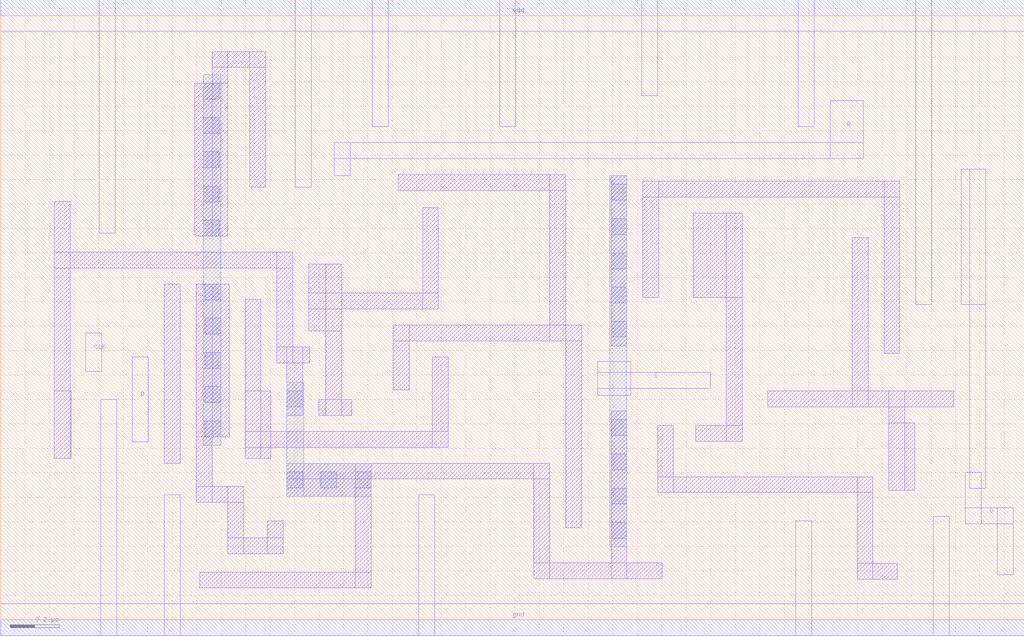
<source format=lef>
VERSION 5.5 ;
NAMESCASESENSITIVE ON ;
BUSBITCHARS "[]" ;
DIVIDERCHAR "/" ;

PROPERTYDEFINITIONS
  LAYER contactResistance REAL ;
END PROPERTYDEFINITIONS

UNITS
  DATABASE MICRONS 2000 ;
END UNITS
MANUFACTURINGGRID 0.0025 ;
LAYER poly
  TYPE MASTERSLICE ;
  PROPERTY LEF58_TYPE "TYPE NWELL ;" ;
END poly

LAYER contact
  TYPE CUT ;
  SPACING 0.075 ;
  PROPERTY contactResistance 10.5 ;
END contact

LAYER metal1
  TYPE ROUTING ;
  DIRECTION HORIZONTAL ;
  PITCH 0.19 ;
  WIDTH 0.065 ;
  SPACING 0.065 ;
  RESISTANCE RPERSQ 0.38 ;
  PROPERTY LEF58_SPACING "SPACING 1.3 ENDOFLINE 1.5 WITHIN 1.9 SAMEMASK EXCEPTEXACTWIDTH 0.5 0.3 PARALLELEDGE 0.2 WITHIN 9.1 PRL 81 MINLENGTH -0.1 TWOEDGES" ;
  PROPERTY LEF58_MINSTEP "MINSTEP 0.6 MAXEDGES 1 MINADJACENTLENGTH 1.0 CONVEXCORNER ;
                          MINSTEP 0.6 MINADJACENTLENGTH 1.0 0.15 ;
                          MINSTEP 0.6 MINBETWEENLENGTH 0.13 EXCEPTSAMECORNERS ;
                          MINSTEP 0.6 NOBETWEENEOL 0.5 ; " ;
  PROPERTY LEF58_CORNERSPACING
    "CORNERSPACING CONVEXCORNER EXCEPTEOL 0.090
      WIDTH 0.000 SPACING 0.110 ;" ;
  PROPERTY LEF58_SPACINGTABLE
    "SPACINGTABLE
      PARALLELRUNLENGTH WRONGDIRECTION
      EXCEPTEOL 0.090
                                                  0.00      0.07
         WIDTH 0.0                                0.05      0.05
         WIDTH 0.1   EXCEPTWITHIN 0.0 0.05        0.05      0.08 ;" ;
  PROPERTY LEF58_RIGHTWAYONGRIDONLY "RIGHTWAYONGRIDONLY CHECKMASK; " ;
  PROPERTY LEF58_RECTONLY "RECTONLY EXCEPTNONCOREPINS ; " ;
  PROPERTY LEF58_TYPE "TYPE MIMCAP ;" ;
  PROPERTY LEF58_EOLKEEPOUT "
    EOLKEEPOUT 0.2 EXTENSION 0.03 0.05 0.1 
    EXCEPTWITHIN -0.01 0.05
    CLASS EOL_WIDE ; 
  " ;
  PROPERTY LEF58_EOLEXTENSIONSPACING
    "EOLEXTENSIONSPACING 0.1 PARALLELONLY ENDOFLINE 0.11 EXTENSION 0.14 ;" ;
END metal1

LAYER via1
  TYPE CUT ;
  SPACING 0.075 ;
  PROPERTY contactResistance 5.69 ;
  PROPERTY LEF58_CUTCLASS 
  "CUTCLASS VA WIDTH 0.15 ; 
   CUTCLASS cls1 WIDTH 0.15 ; 
   CUTCLASS cls2 WIDTH 0.15 ; 
   CUTCLASS cls3 WIDTH 0.15 ; 
   CUTCLASS cls4 WIDTH 0.15 ; 
  " ;
  PROPERTY LEF58_SPACING
  "SPACING 0.12 MAXXY ;
   SPACING 0.3 SAMEMETAL LAYER metal1 STACK ;" ;
  PROPERTY LEF58_ENCLOSURE
    "ENCLOSURE CUTCLASS cls1 ABOVE 0.05 0.05
        WIDTH 0.2 INCLUDEABUTTED ; " ;
  PROPERTY LEF58_SPACINGTABLE
  "SPACINGTABLE ORTHOGONAL 
    WITHIN 0.2 SPACING 0.15
    WITHIN 0.3 SPACING 0.25 ;
  SPACINGTABLE DEFAULT 0.12 
    SAMEMASK
    SAMENET
    LAYER metal1 NOSTACK 
      PRLFORALIGNEDCUT cls1 TO cls2 cls3 TO cls4 
    PRL 0.14 MAXXY cls1 TO cls2 0.3
    CUTCLASS   cls1 SIDE  cls1 END   cls2
    cls3        0.1 0.2    0.3 -    0.4 0.5 
    cls4        0.6 -      0.7 -    0.8 0.9 ; " ;
END via1

LAYER metal2
  TYPE ROUTING ;
  DIRECTION VERTICAL ;
  PITCH 0.19 ;
  WIDTH 0.07 ;
  SPACING 0.075 ;
  RESISTANCE RPERSQ 0.25 ;
END metal2

LAYER via2
  TYPE CUT ;
  SPACING 0.085 ;
  PROPERTY contactResistance 11.39 ;
END via2

LAYER metal3
  TYPE ROUTING ;
  DIRECTION HORIZONTAL ;
  PITCH 0.19 ;
  WIDTH 0.07 ;
  SPACING 0.07 ;
  RESISTANCE RPERSQ 0.25 ;
END metal3

LAYER via3
  TYPE CUT ;
  SPACING 0.085 ;
  PROPERTY contactResistance 16.73 ;
END via3

LAYER metal4
  TYPE ROUTING ;
  DIRECTION VERTICAL ;
  PITCH 0.285 ;
  WIDTH 0.14 ;
  SPACING 0.14 ;
  RESISTANCE RPERSQ 0.25 ;
END metal4

LAYER via4
  TYPE CUT ;
  SPACING 0.16 ;
  PROPERTY contactResistance 21.44 ;
END via4

LAYER metal5
  TYPE ROUTING ;
  DIRECTION HORIZONTAL ;
  PITCH 0.285 ;
  WIDTH 0.14 ;
  SPACING 0.14 ;
  RESISTANCE RPERSQ 0.25 ;
END metal5

LAYER via5
  TYPE CUT ;
  SPACING 0.16 ;
  PROPERTY contactResistance 24.08 ;
END via5

LAYER metal6
  TYPE ROUTING ;
  DIRECTION VERTICAL ;
  PITCH 0.285 ;
  WIDTH 0.14 ;
  SPACING 0.14 ;
  RESISTANCE RPERSQ 0.25 ;
END metal6

LAYER via6
  TYPE CUT ;
  SPACING 0.16 ;
  PROPERTY contactResistance 11.39 ;
END via6

LAYER metal7
  TYPE ROUTING ;
  DIRECTION HORIZONTAL ;
  PITCH 0.855 ;
  WIDTH 0.4 ;
  SPACING 0.4 ;
  RESISTANCE RPERSQ 0.25 ;
END metal7

LAYER via7
  TYPE CUT ;
  SPACING 0.44 ;
  PROPERTY contactResistance 5.69 ;
END via7

LAYER metal8
  TYPE ROUTING ;
  DIRECTION VERTICAL ;
  PITCH 0.855 ;
  WIDTH 0.4 ;
  SPACING 0.4 ;
  RESISTANCE RPERSQ 0.25 ;
END metal8

LAYER via8
  TYPE CUT ;
  SPACING 0.44 ;
  PROPERTY contactResistance 16.73 ;
END via8

LAYER metal9
  TYPE ROUTING ;
  DIRECTION HORIZONTAL ;
  PITCH 1.71 ;
  WIDTH 0.8 ;
  SPACING 0.8 ;
  RESISTANCE RPERSQ 0.21 ;
END metal9

LAYER via9
  TYPE CUT ;
  SPACING 0.88 ;
  PROPERTY contactResistance 21.44 ;
END via9

LAYER metal10
  TYPE ROUTING ;
  DIRECTION VERTICAL ;
  PITCH 1.71 ;
  WIDTH 0.8 ;
  SPACING 0.8 ;
  RESISTANCE RPERSQ 0.21 ;
END metal10

LAYER OVERLAP
  TYPE OVERLAP ;
END OVERLAP

VIA M2_M1_via DEFAULT
  LAYER metal1 ;
    RECT -0.0675 -0.0325 0.0675 0.0325 ;
  LAYER via1 ;
    RECT -0.0325 -0.0325 0.0325 0.0325 ;
  LAYER metal2 ;
    RECT -0.035 -0.0675 0.035 0.0675 ;
END M2_M1_via

VIA M3_M2_via DEFAULT
  LAYER metal2 ;
    RECT -0.035 -0.07 0.035 0.07 ;
  LAYER via2 ;
    RECT -0.035 -0.035 0.035 0.035 ;
  LAYER metal3 ;
    RECT -0.07 -0.035 0.07 0.035 ;
END M3_M2_via

VIA M4_M3_via DEFAULT
  LAYER metal3 ;
    RECT -0.07 -0.035 0.07 0.035 ;
  LAYER via3 ;
    RECT -0.035 -0.035 0.035 0.035 ;
  LAYER metal4 ;
    RECT -0.07 -0.07 0.07 0.07 ;
END M4_M3_via

VIA M5_M4_via DEFAULT
  LAYER metal4 ;
    RECT -0.07 -0.07 0.07 0.07 ;
  LAYER via4 ;
    RECT -0.07 -0.07 0.07 0.07 ;
  LAYER metal5 ;
    RECT -0.07 -0.07 0.07 0.07 ;
END M5_M4_via

VIA M6_M5_via DEFAULT
  LAYER metal5 ;
    RECT -0.07 -0.07 0.07 0.07 ;
  LAYER via5 ;
    RECT -0.07 -0.07 0.07 0.07 ;
  LAYER metal6 ;
    RECT -0.07 -0.07 0.07 0.07 ;
END M6_M5_via

VIA M7_M6_via DEFAULT
  LAYER metal6 ;
    RECT -0.07 -0.07 0.07 0.07 ;
  LAYER via6 ;
    RECT -0.07 -0.07 0.07 0.07 ;
  LAYER metal7 ;
    RECT -0.2 -0.2 0.2 0.2 ;
END M7_M6_via

VIA M8_M7_via DEFAULT
  LAYER metal7 ;
    RECT -0.2 -0.2 0.2 0.2 ;
  LAYER via7 ;
    RECT -0.2 -0.2 0.2 0.2 ;
  LAYER metal8 ;
    RECT -0.2 -0.2 0.2 0.2 ;
END M8_M7_via

VIA M9_M8_via DEFAULT
  LAYER metal8 ;
    RECT -0.2 -0.2 0.2 0.2 ;
  LAYER via8 ;
    RECT -0.2 -0.2 0.2 0.2 ;
  LAYER metal9 ;
    RECT -0.4 -0.4 0.4 0.4 ;
END M9_M8_via

VIA M10_M9_via DEFAULT
  LAYER metal9 ;
    RECT -0.4 -0.4 0.4 0.4 ;
  LAYER via9 ;
    RECT -0.4 -0.4 0.4 0.4 ;
  LAYER metal10 ;
    RECT -0.4 -0.4 0.4 0.4 ;
END M10_M9_via

VIA M2_M1_viaB DEFAULT
  LAYER metal1 ;
    RECT -0.0675 -0.0325 0.0675 0.0325 ;
  LAYER via1 ;
    RECT -0.0325 -0.0325 0.0325 0.0325 ;
  LAYER metal2 ;
    RECT -0.0675 -0.035 0.0675 0.035 ;
END M2_M1_viaB

VIA M2_M1_viaC DEFAULT
  LAYER metal1 ;
    RECT -0.0325 -0.0675 0.0325 0.0675 ;
  LAYER via1 ;
    RECT -0.0325 -0.0325 0.0325 0.0325 ;
  LAYER metal2 ;
    RECT -0.035 -0.0675 0.035 0.0675 ;
END M2_M1_viaC

VIA M3_M2_viaB DEFAULT
  LAYER metal2 ;
    RECT -0.035 -0.07 0.035 0.07 ;
  LAYER via2 ;
    RECT -0.035 -0.035 0.035 0.035 ;
  LAYER metal3 ;
    RECT -0.035 -0.07 0.035 0.07 ;
END M3_M2_viaB

VIA M3_M2_viaC DEFAULT
  LAYER metal2 ;
    RECT -0.07 -0.035 0.07 0.035 ;
  LAYER via2 ;
    RECT -0.035 -0.035 0.035 0.035 ;
  LAYER metal3 ;
    RECT -0.07 -0.035 0.07 0.035 ;
END M3_M2_viaC

VIA M4_M3_viaB DEFAULT
  LAYER metal3 ;
    RECT -0.035 -0.07 0.035 0.07 ;
  LAYER via3 ;
    RECT -0.035 -0.035 0.035 0.035 ;
  LAYER metal4 ;
    RECT -0.07 -0.07 0.07 0.07 ;
END M4_M3_viaB

VIARULE M2_M1 GENERATE
  LAYER metal1 ;
    ENCLOSURE 0 0.035 ;
  LAYER metal2 ;
    ENCLOSURE 0 0.035 ;
  LAYER via1 ;
    RECT -0.0325 -0.0325 0.0325 0.0325 ;
    SPACING 0.14 BY 0.14 ;
END M2_M1

VIARULE M3_M2 GENERATE
  LAYER metal2 ;
    ENCLOSURE 0 0.035 ;
  LAYER metal3 ;
    ENCLOSURE 0 0.035 ;
  LAYER via2 ;
    RECT -0.035 -0.035 0.035 0.035 ;
    SPACING 0.155 BY 0.155 ;
END M3_M2

VIARULE M4_M3 GENERATE
  LAYER metal3 ;
    ENCLOSURE 0 0.035 ;
  LAYER metal4 ;
    ENCLOSURE 0 0 ;
  LAYER via3 ;
    RECT -0.035 -0.035 0.035 0.035 ;
    SPACING 0.155 BY 0.155 ;
END M4_M3

VIARULE M5_M4 GENERATE
  LAYER metal4 ;
    ENCLOSURE 0 0 ;
  LAYER metal5 ;
    ENCLOSURE 0 0 ;
  LAYER via4 ;
    RECT -0.07 -0.07 0.07 0.07 ;
    SPACING 0.3 BY 0.3 ;
END M5_M4

VIARULE M6_M5 GENERATE
  LAYER metal5 ;
    ENCLOSURE 0 0 ;
  LAYER metal6 ;
    ENCLOSURE 0 0 ;
  LAYER via5 ;
    RECT -0.07 -0.07 0.07 0.07 ;
    SPACING 0.3 BY 0.3 ;
END M6_M5

VIARULE M7_M6 GENERATE
  LAYER metal6 ;
    ENCLOSURE 0 0 ;
  LAYER metal7 ;
    ENCLOSURE 0.13 0.13 ;
  LAYER via6 ;
    RECT -0.07 -0.07 0.07 0.07 ;
    SPACING 0.3 BY 0.3 ;
END M7_M6

VIARULE M8_M7 GENERATE
  LAYER metal7 ;
    ENCLOSURE 0 0 ;
  LAYER metal8 ;
    ENCLOSURE 0 0 ;
  LAYER via7 ;
    RECT -0.2 -0.2 0.2 0.2 ;
    SPACING 0.84 BY 0.84 ;
END M8_M7

VIARULE M9_M8 GENERATE
  LAYER metal8 ;
    ENCLOSURE 0 0 ;
  LAYER metal9 ;
    ENCLOSURE 0.2 0.2 ;
  LAYER via8 ;
    RECT -0.2 -0.2 0.2 0.2 ;
    SPACING 0.84 BY 0.84 ;
END M9_M8

VIARULE M10_M9 GENERATE
  LAYER metal9 ;
    ENCLOSURE 0 0 ;
  LAYER metal10 ;
    ENCLOSURE 0 0 ;
  LAYER via9 ;
    RECT -0.4 -0.4 0.4 0.4 ;
    SPACING 1.68 BY 1.68 ;
END M10_M9

VIARULE M1_POLY GENERATE
  LAYER poly ;
    ENCLOSURE 0 0 ;
  LAYER metal1 ;
    ENCLOSURE 0 0.035 ;
  LAYER contact ;
    RECT -0.0325 -0.0325 0.0325 0.0325 ;
    SPACING 0.14 BY 0.14 ;
END M1_POLY

SPACING
  SAMENET metal1 metal1 0.065 ;
  SAMENET metal2 metal2 0.07 ;
  SAMENET metal6 metal6 0.14 ;
  SAMENET metal5 metal5 0.14 ;
  SAMENET metal4 metal4 0.14 ;
  SAMENET metal3 metal3 0.07 ;
  SAMENET metal7 metal7 0.4 ;
  SAMENET metal8 metal8 0.4 ;
  SAMENET metal9 metal9 0.8 ;
  SAMENET metal10 metal10 0.8 ;
END SPACING

SITE CoreSite
  CLASS CORE ;
  SIZE 0.38 BY 2.47 ;
END CoreSite

MACRO AND2X1
  CLASS CORE ;
  ORIGIN 0 0 ;
  FOREIGN AND2X1 0 0 ;
  SIZE 1.14 BY 2.47 ;
  SYMMETRY X Y ;
  SITE CoreSite ;
  PIN A
    DIRECTION INPUT ;
    USE SIGNAL ;
    PORT
      LAYER metal1 ;
        RECT 0.1475 1.2275 0.2825 1.3625 ;
    END
  END A
  PIN B
    DIRECTION INPUT ;
    USE SIGNAL ;
    PORT
      LAYER metal1 ;
        RECT 0.3475 1.2275 0.4825 1.3625 ;
    END
  END B
  PIN Y
    DIRECTION OUTPUT ;
    USE SIGNAL ;
    PORT
      LAYER metal1 ;
        RECT 0.9175 0.87 0.9825 2.1075 ;
    END
  END Y
  PIN gnd
    DIRECTION INOUT ;
    USE GROUND ;
    SHAPE ABUTMENT ;
    PORT
      LAYER metal1 ;
        RECT 0.7075 -0.065 0.7725 1.11 ;
        RECT 0 -0.065 1.14 0.065 ;
    END
  END gnd
  PIN vdd
    DIRECTION INOUT ;
    USE POWER ;
    SHAPE ABUTMENT ;
    PORT
      LAYER metal1 ;
        RECT 0.1425 1.5575 0.2075 2.535 ;
        RECT 0.6225 1.5575 0.6875 2.535 ;
        RECT 0 2.405 1.14 2.535 ;
    END
  END vdd
  OBS
    LAYER metal1 ;
      RECT 0.1425 0.59 0.2075 1.145 ;
      RECT 0.1425 1.08 0.6425 1.145 ;
      RECT 0.5775 1.08 0.6425 1.4925 ;
      RECT 0.4375 1.4275 0.7775 1.4925 ;
      RECT 0.4375 1.4275 0.5025 2.1075 ;
  END
END AND2X1

MACRO AND2X2
  CLASS CORE ;
  ORIGIN 0 0 ;
  FOREIGN AND2X2 0 0 ;
  SIZE 0.95 BY 2.47 ;
  SYMMETRY X Y ;
  SITE CoreSite ;
  PIN A
    DIRECTION INPUT ;
    USE SIGNAL ;
    PORT
      LAYER metal1 ;
        RECT 0.1475 0.8475 0.2225 0.9825 ;
    END
  END A
  PIN B
    DIRECTION INPUT ;
    USE SIGNAL ;
    PORT
      LAYER metal1 ;
        RECT 0.4175 0.9175 0.6025 1.0525 ;
    END
  END B
  PIN Y
    DIRECTION OUTPUT ;
    USE SIGNAL ;
    PORT
      LAYER metal1 ;
        RECT 0.7275 0.1725 0.7925 2.235 ;
        RECT 0.7275 1.1075 0.8025 2.235 ;
    END
  END Y
  PIN gnd
    DIRECTION INOUT ;
    USE GROUND ;
    SHAPE ABUTMENT ;
    PORT
      LAYER metal1 ;
        RECT 0.4425 -0.065 0.5075 0.7225 ;
        RECT 0 -0.065 0.95 0.065 ;
    END
  END gnd
  PIN vdd
    DIRECTION INOUT ;
    USE POWER ;
    SHAPE ABUTMENT ;
    PORT
      LAYER metal1 ;
        RECT 0.0675 1.265 0.1325 2.535 ;
        RECT 0.4425 1.265 0.5075 2.535 ;
        RECT 0 2.405 0.95 2.535 ;
    END
  END vdd
  OBS
    LAYER metal1 ;
      RECT 0.0325 0.2075 0.1675 0.6925 ;
      RECT 0.0325 0.6275 0.3525 0.6925 ;
      RECT 0.2875 0.7875 0.5975 0.8525 ;
      RECT 0.2875 0.6275 0.3525 1.78 ;
      RECT 0.2175 1.295 0.3525 1.78 ;
  END
END AND2X2

MACRO AOI21X1
  CLASS CORE ;
  ORIGIN 0 0 ;
  FOREIGN AOI21X1 0 0 ;
  SIZE 0.95 BY 2.47 ;
  SYMMETRY X Y ;
  SITE CoreSite ;
  PIN A
    DIRECTION INPUT ;
    USE SIGNAL ;
    PORT
      LAYER metal1 ;
        RECT 0.1575 0.8475 0.2825 0.9825 ;
    END
  END A
  PIN B
    DIRECTION INPUT ;
    USE SIGNAL ;
    PORT
      LAYER metal1 ;
        RECT 0.3475 0.7275 0.4475 0.8625 ;
    END
  END B
  PIN C
    DIRECTION INPUT ;
    USE SIGNAL ;
    PORT
      LAYER metal1 ;
        RECT 0.6675 0.8475 0.7925 0.9825 ;
    END
  END C
  PIN Y
    DIRECTION OUTPUT ;
    USE SIGNAL ;
    PORT
      LAYER metal1 ;
        RECT 0.5125 0.1475 0.5775 0.9825 ;
        RECT 0.5375 0.9175 0.6025 1.15 ;
        RECT 0.5375 1.085 0.7675 1.15 ;
        RECT 0.7025 1.085 0.7675 2.235 ;
    END
  END Y
  PIN gnd
    DIRECTION INOUT ;
    USE GROUND ;
    SHAPE ABUTMENT ;
    PORT
      LAYER metal1 ;
        RECT 0.1375 -0.065 0.2025 0.7025 ;
        RECT 0.7525 -0.065 0.8175 0.6725 ;
        RECT 0 -0.065 0.95 0.065 ;
    END
  END gnd
  PIN vdd
    DIRECTION INOUT ;
    USE POWER ;
    SHAPE ABUTMENT ;
    PORT
      LAYER metal1 ;
        RECT 0.3225 1.345 0.3875 2.535 ;
        RECT 0 2.405 0.95 2.535 ;
    END
  END vdd
  OBS
    LAYER metal1 ;
      RECT 0.1375 1.215 0.5775 1.28 ;
      RECT 0.1375 1.215 0.2025 2.235 ;
      RECT 0.5125 1.215 0.5775 2.235 ;
  END
END AOI21X1

MACRO AOI22X1
  CLASS CORE ;
  ORIGIN 0 0 ;
  FOREIGN AOI22X1 0 0 ;
  SIZE 1.14 BY 2.47 ;
  SYMMETRY X Y ;
  SITE CoreSite ;
  PIN A
    DIRECTION INPUT ;
    USE SIGNAL ;
    PORT
      LAYER metal1 ;
        RECT 0.8575 0.7675 0.9825 0.9825 ;
    END
  END A
  PIN B
    DIRECTION INPUT ;
    USE SIGNAL ;
    PORT
      LAYER metal1 ;
        RECT 0.6675 0.7675 0.7925 0.9825 ;
    END
  END B
  PIN C
    DIRECTION INPUT ;
    USE SIGNAL ;
    PORT
      LAYER metal1 ;
        RECT 0.0325 0.7675 0.2225 0.9825 ;
    END
  END C
  PIN D
    DIRECTION INPUT ;
    USE SIGNAL ;
    PORT
      LAYER metal1 ;
        RECT 0.4775 0.7675 0.6025 0.9825 ;
    END
  END D
  PIN Y
    DIRECTION OUTPUT ;
    USE SIGNAL ;
    PORT
      LAYER metal1 ;
        RECT 0.3475 0.13 0.4125 2.0675 ;
        RECT 0.3475 0.13 0.6 0.195 ;
        RECT 0.535 0.13 0.6 0.7025 ;
    END
  END Y
  PIN gnd
    DIRECTION INOUT ;
    USE GROUND ;
    SHAPE ABUTMENT ;
    PORT
      LAYER metal1 ;
        RECT 0.16 -0.065 0.225 0.7025 ;
        RECT 0.915 -0.065 0.98 0.7025 ;
        RECT 0 -0.065 1.14 0.065 ;
    END
  END gnd
  PIN vdd
    DIRECTION INOUT ;
    USE POWER ;
    SHAPE ABUTMENT ;
    PORT
      LAYER metal1 ;
        RECT 0.725 1.1775 0.79 2.535 ;
        RECT 0 2.405 1.14 2.535 ;
    END
  END vdd
  OBS
    LAYER metal1 ;
      RECT 0.535 1.0475 0.98 1.1125 ;
      RECT 0.915 1.0475 0.98 2.0675 ;
      RECT 0.16 1.0475 0.225 2.1975 ;
      RECT 0.535 1.0475 0.6 2.1975 ;
      RECT 0.16 2.1325 0.6 2.1975 ;
  END
END AOI22X1

MACRO BUFX2
  CLASS CORE ;
  ORIGIN 0 0 ;
  FOREIGN BUFX2 0 0 ;
  SIZE 0.76 BY 2.47 ;
  SYMMETRY X Y ;
  SITE CoreSite ;
  PIN A
    DIRECTION INPUT ;
    USE SIGNAL ;
    PORT
      LAYER metal1 ;
        RECT 0.53 0.8975 0.645 1.0325 ;
    END
  END A
  PIN Y
    DIRECTION OUTPUT ;
    USE SIGNAL ;
    PORT
      LAYER metal1 ;
        RECT 0.0325 0.13 0.0975 2.235 ;
        RECT 0.0325 0.13 0.225 0.7025 ;
        RECT 0.0325 0.7675 0.225 2.235 ;
    END
  END Y
  PIN gnd
    DIRECTION INOUT ;
    USE GROUND ;
    SHAPE ABUTMENT ;
    PORT
      LAYER metal1 ;
        RECT 0.345 -0.065 0.41 0.7025 ;
        RECT 0 -0.065 0.76 0.065 ;
    END
  END gnd
  PIN vdd
    DIRECTION INOUT ;
    USE POWER ;
    SHAPE ABUTMENT ;
    PORT
      LAYER metal1 ;
        RECT 0.345 1.2275 0.41 2.535 ;
        RECT 0 2.405 0.76 2.535 ;
    END
  END vdd
  OBS
    LAYER metal1 ;
      RECT 0.53 0.13 0.705 0.8325 ;
      RECT 0.29 0.7675 0.705 0.8325 ;
      RECT 0.29 0.7675 0.465 0.9025 ;
      RECT 0.29 0.7675 0.355 1.1625 ;
      RECT 0.29 1.0975 0.705 1.1625 ;
      RECT 0.53 1.0975 0.705 1.815 ;
  END
END BUFX2

MACRO BUFX4
  CLASS CORE ;
  ORIGIN 0 0 ;
  FOREIGN BUFX4 0 0 ;
  SIZE 1.14 BY 2.47 ;
  SYMMETRY X Y ;
  SITE CoreSite ;
  PIN A
    DIRECTION INPUT ;
    USE SIGNAL ;
    PORT
      LAYER metal1 ;
        RECT 0.85 1.0825 0.99 1.2175 ;
    END
  END A
  PIN Y
    DIRECTION OUTPUT ;
    USE SIGNAL ;
    PORT
      LAYER metal1 ;
        RECT 0.215 0.4875 0.28 1.3325 ;
        RECT 0.215 0.4875 0.41 0.5525 ;
        RECT 0.215 1.2675 0.46 1.3325 ;
        RECT 0.345 0.4875 0.41 1.0425 ;
        RECT 0.215 1.1075 0.4125 1.1725 ;
        RECT 0.395 1.2675 0.46 2.2425 ;
    END
  END Y
  PIN gnd
    DIRECTION INOUT ;
    USE GROUND ;
    SHAPE ABUTMENT ;
    PORT
      LAYER metal1 ;
        RECT 0.0575 -0.065 0.1225 1.0375 ;
        RECT 0.585 -0.065 0.65 0.9275 ;
        RECT 1.03 -0.065 1.095 0.9275 ;
        RECT 0 -0.065 1.14 0.065 ;
    END
  END gnd
  PIN vdd
    DIRECTION INOUT ;
    USE POWER ;
    SHAPE ABUTMENT ;
    PORT
      LAYER metal1 ;
        RECT 0.0475 1.1025 0.1125 2.535 ;
        RECT 0.585 1.2675 0.65 2.535 ;
        RECT 1.03 1.2825 1.095 2.535 ;
        RECT 0 2.405 1.14 2.535 ;
    END
  END vdd
  OBS
    LAYER metal1 ;
      RECT 0.715 0.3225 0.91 0.3875 ;
      RECT 0.845 0.3225 0.91 1.0175 ;
      RECT 0.4775 1.0675 0.78 1.1325 ;
      RECT 0.4775 1.0675 0.5425 1.2025 ;
      RECT 0.715 0.3225 0.78 1.3475 ;
      RECT 0.715 1.2825 0.91 1.3475 ;
      RECT 0.845 1.2825 0.91 1.6975 ;
  END
END BUFX4

MACRO CLKBUF1
  CLASS CORE ;
  ORIGIN 0 0 ;
  FOREIGN CLKBUF1 0 0 ;
  SIZE 2.09 BY 2.47 ;
  SYMMETRY X Y ;
  SITE CoreSite ;
  PIN A
    DIRECTION INPUT ;
    USE SIGNAL ;
    PORT
      LAYER metal1 ;
        RECT 1.665 0.9175 1.7425 1.0525 ;
    END
  END A
  PIN Y
    DIRECTION OUTPUT ;
    USE SIGNAL ;
    PORT
      LAYER metal1 ;
        RECT 0.1575 0.9175 0.24 0.9825 ;
        RECT 0.175 0.6575 0.24 1.28 ;
        RECT 0.175 1.215 0.37 1.28 ;
        RECT 0.305 0.1675 0.37 0.7225 ;
        RECT 0.175 0.6575 0.37 0.7225 ;
        RECT 0.305 1.215 0.37 2.235 ;
    END
  END Y
  PIN gnd
    DIRECTION INOUT ;
    USE GROUND ;
    SHAPE ABUTMENT ;
    PORT
      LAYER metal1 ;
        RECT 0.045 -0.065 0.11 0.7225 ;
        RECT 0.565 -0.065 0.63 0.7225 ;
        RECT 1.045 -0.065 1.11 0.7225 ;
        RECT 1.53 -0.065 1.595 0.7225 ;
        RECT 1.905 -0.065 1.97 0.7225 ;
        RECT 0 -0.065 2.09 0.065 ;
    END
  END gnd
  PIN vdd
    DIRECTION INOUT ;
    USE POWER ;
    SHAPE ABUTMENT ;
    PORT
      LAYER metal1 ;
        RECT 0.12 1.345 0.185 2.535 ;
        RECT 0.54 1.345 0.605 2.535 ;
        RECT 1.045 1.345 1.11 2.535 ;
        RECT 1.525 1.345 1.59 2.535 ;
        RECT 1.905 1.345 1.97 2.535 ;
        RECT 0 2.405 2.09 2.535 ;
    END
  END vdd
  OBS
    LAYER metal1 ;
      RECT 0.435 0.7475 0.5 0.8825 ;
      RECT 0.75 0.1725 0.815 0.8825 ;
      RECT 0.435 0.8175 0.815 0.8825 ;
      RECT 0.62 0.8175 0.685 1.28 ;
      RECT 0.62 1.215 0.885 1.28 ;
      RECT 0.75 1.215 0.885 2.2 ;
      RECT 1.305 0.2075 1.44 0.6925 ;
      RECT 1.175 0.6275 1.44 0.6925 ;
      RECT 0.77 0.9475 1.24 1.0125 ;
      RECT 1.175 0.6275 1.24 1.325 ;
      RECT 1.175 1.26 1.4 1.325 ;
      RECT 1.335 1.26 1.4 2.235 ;
      RECT 1.4 0.7825 1.465 0.9175 ;
      RECT 1.535 0.7875 1.78 0.8525 ;
      RECT 1.715 0.1725 1.78 0.8525 ;
      RECT 1.4 0.8525 1.6 0.9175 ;
      RECT 1.535 0.7875 1.6 1.28 ;
      RECT 1.535 1.215 1.815 1.28 ;
      RECT 1.68 1.215 1.815 2.2 ;
  END
END CLKBUF1

MACRO CLKBUF2
  CLASS CORE ;
  ORIGIN 0 0 ;
  FOREIGN CLKBUF2 0 0 ;
  SIZE 2.85 BY 2.47 ;
  SYMMETRY X Y ;
  SITE CoreSite ;
  PIN A
    DIRECTION INPUT ;
    USE SIGNAL ;
    PORT
      LAYER metal1 ;
        RECT 0.1575 0.9175 0.35 1.0525 ;
    END
  END A
  PIN Y
    DIRECTION OUTPUT ;
    USE SIGNAL ;
    PORT
      LAYER metal1 ;
        RECT 2.48 0.1725 2.545 0.7275 ;
        RECT 2.48 0.6625 2.675 0.7275 ;
        RECT 2.55 1.215 2.615 2.235 ;
        RECT 2.61 0.6625 2.675 0.9825 ;
        RECT 2.61 0.9175 2.745 0.9825 ;
        RECT 2.68 0.9175 2.745 1.28 ;
        RECT 2.55 1.215 2.745 1.28 ;
    END
  END Y
  PIN gnd
    DIRECTION INOUT ;
    USE GROUND ;
    SHAPE ABUTMENT ;
    PORT
      LAYER metal1 ;
        RECT 0.045 -0.065 0.11 0.7225 ;
        RECT 0.42 -0.065 0.485 0.7225 ;
        RECT 0.8 -0.065 0.865 0.7225 ;
        RECT 1.305 -0.065 1.37 0.7225 ;
        RECT 1.785 -0.065 1.85 0.7225 ;
        RECT 2.29 -0.065 2.355 0.7225 ;
        RECT 2.74 -0.065 2.805 0.7225 ;
        RECT 0 -0.065 2.85 0.065 ;
    END
  END gnd
  PIN vdd
    DIRECTION INOUT ;
    USE POWER ;
    SHAPE ABUTMENT ;
    PORT
      LAYER metal1 ;
        RECT 0.045 1.345 0.11 2.535 ;
        RECT 0.42 1.345 0.485 2.535 ;
        RECT 0.8 1.345 0.865 2.535 ;
        RECT 1.305 1.345 1.37 2.535 ;
        RECT 1.785 1.345 1.85 2.535 ;
        RECT 2.29 1.345 2.355 2.535 ;
        RECT 2.735 1.345 2.8 2.535 ;
        RECT 0 2.405 2.85 2.535 ;
    END
  END vdd
  OBS
    LAYER metal1 ;
      RECT 0.235 0.1725 0.3 0.8525 ;
      RECT 0.235 0.7875 0.48 0.8525 ;
      RECT 0.415 0.9525 0.61 1.0175 ;
      RECT 0.545 0.9525 0.61 1.0875 ;
      RECT 0.415 0.7875 0.48 1.28 ;
      RECT 0.2 1.215 0.48 1.28 ;
      RECT 0.2 1.215 0.335 2.2 ;
      RECT 0.615 0.1725 0.68 0.8875 ;
      RECT 1.045 0.7525 1.11 0.8875 ;
      RECT 0.615 0.8225 1.11 0.8875 ;
      RECT 0.775 0.8225 0.84 1.28 ;
      RECT 0.575 1.215 0.84 1.28 ;
      RECT 0.575 1.215 0.71 2.2 ;
      RECT 0.975 0.2025 1.11 0.6875 ;
      RECT 0.975 0.6225 1.24 0.6875 ;
      RECT 1.175 0.9525 1.645 1.0175 ;
      RECT 1.175 0.6225 1.24 1.36 ;
      RECT 0.975 1.295 1.24 1.36 ;
      RECT 0.975 1.295 1.11 2.2 ;
      RECT 1.6 0.1725 1.665 0.8875 ;
      RECT 2.03 0.7525 2.095 0.8875 ;
      RECT 1.6 0.8225 2.095 0.8875 ;
      RECT 1.73 0.8225 1.795 1.28 ;
      RECT 1.53 1.215 1.795 1.28 ;
      RECT 1.53 1.215 1.665 2.2 ;
      RECT 1.96 0.2025 2.095 0.6875 ;
      RECT 1.96 0.6225 2.225 0.6875 ;
      RECT 2.16 0.7925 2.485 0.8575 ;
      RECT 2.42 0.7925 2.485 0.9275 ;
      RECT 2.16 0.6225 2.225 1.36 ;
      RECT 1.96 1.295 2.225 1.36 ;
      RECT 1.96 1.295 2.095 2.2 ;
  END
END CLKBUF2

MACRO CLKBUF3
  CLASS CORE ;
  ORIGIN 0 0 ;
  FOREIGN CLKBUF3 0 0 ;
  SIZE 3.61 BY 2.47 ;
  SYMMETRY X Y ;
  SITE CoreSite ;
  PIN A
    DIRECTION INPUT ;
    USE SIGNAL ;
    PORT
      LAYER metal1 ;
        RECT 0.1575 0.9175 0.35 1.0525 ;
    END
  END A
  PIN Y
    DIRECTION OUTPUT ;
    USE SIGNAL ;
    PORT
      LAYER metal1 ;
        RECT 3.24 0.1725 3.305 0.7275 ;
        RECT 3.24 0.6625 3.435 0.7275 ;
        RECT 3.31 1.215 3.375 2.235 ;
        RECT 3.37 0.6625 3.435 0.9825 ;
        RECT 3.37 0.9175 3.505 0.9825 ;
        RECT 3.44 0.9175 3.505 1.28 ;
        RECT 3.31 1.215 3.505 1.28 ;
    END
  END Y
  PIN gnd
    DIRECTION INOUT ;
    USE GROUND ;
    SHAPE ABUTMENT ;
    PORT
      LAYER metal1 ;
        RECT 0.045 -0.065 0.11 0.7225 ;
        RECT 0.42 -0.065 0.485 0.7225 ;
        RECT 0.8 -0.065 0.865 0.7225 ;
        RECT 1.305 -0.065 1.37 0.7225 ;
        RECT 1.68 -0.065 1.745 0.7225 ;
        RECT 2.06 -0.065 2.125 0.7225 ;
        RECT 2.545 -0.065 2.61 0.7225 ;
        RECT 3.05 -0.065 3.115 0.7225 ;
        RECT 3.5 -0.065 3.565 0.7225 ;
        RECT 0 -0.065 3.61 0.065 ;
    END
  END gnd
  PIN vdd
    DIRECTION INOUT ;
    USE POWER ;
    SHAPE ABUTMENT ;
    PORT
      LAYER metal1 ;
        RECT 0.045 1.345 0.11 2.535 ;
        RECT 0.42 1.345 0.485 2.535 ;
        RECT 0.8 1.345 0.865 2.535 ;
        RECT 1.305 1.345 1.37 2.535 ;
        RECT 1.68 1.345 1.745 2.535 ;
        RECT 2.06 1.345 2.125 2.535 ;
        RECT 2.545 1.345 2.61 2.535 ;
        RECT 3.05 1.345 3.115 2.535 ;
        RECT 3.495 1.345 3.56 2.535 ;
        RECT 0 2.405 3.61 2.535 ;
    END
  END vdd
  OBS
    LAYER metal1 ;
      RECT 0.235 0.1725 0.3 0.8525 ;
      RECT 0.235 0.7875 0.48 0.8525 ;
      RECT 0.415 0.9525 0.61 1.0175 ;
      RECT 0.545 0.9525 0.61 1.0875 ;
      RECT 0.415 0.7875 0.48 1.28 ;
      RECT 0.2 1.215 0.48 1.28 ;
      RECT 0.2 1.215 0.335 2.2 ;
      RECT 0.615 0.1725 0.68 0.8875 ;
      RECT 1.045 0.7525 1.11 0.8875 ;
      RECT 0.615 0.8225 1.11 0.8875 ;
      RECT 0.775 0.8225 0.84 1.28 ;
      RECT 0.575 1.215 0.84 1.28 ;
      RECT 0.575 1.215 0.71 2.2 ;
      RECT 0.975 0.2025 1.11 0.6875 ;
      RECT 0.975 0.6225 1.24 0.6875 ;
      RECT 1.175 0.9175 1.5 0.9825 ;
      RECT 1.435 0.9175 1.5 1.0525 ;
      RECT 1.175 0.6225 1.24 1.36 ;
      RECT 0.975 1.295 1.24 1.36 ;
      RECT 0.975 1.295 1.11 2.2 ;
      RECT 1.495 0.1725 1.56 0.8525 ;
      RECT 1.495 0.7875 1.72 0.8525 ;
      RECT 1.655 0.9175 1.92 0.9825 ;
      RECT 1.655 0.7875 1.72 1.28 ;
      RECT 1.455 1.215 1.72 1.28 ;
      RECT 1.455 1.215 1.59 2.2 ;
      RECT 1.875 0.1725 1.94 0.8525 ;
      RECT 1.875 0.7875 2.1 0.8525 ;
      RECT 2.035 0.9525 2.405 1.0175 ;
      RECT 2.035 0.7875 2.1 1.28 ;
      RECT 1.835 1.215 2.1 1.28 ;
      RECT 1.835 1.215 1.97 2.2 ;
      RECT 2.36 0.1725 2.425 0.8875 ;
      RECT 2.79 0.7525 2.855 0.8875 ;
      RECT 2.36 0.8225 2.855 0.8875 ;
      RECT 2.49 0.8225 2.555 1.28 ;
      RECT 2.29 1.215 2.555 1.28 ;
      RECT 2.29 1.215 2.425 2.2 ;
      RECT 2.72 0.2025 2.855 0.6875 ;
      RECT 2.72 0.6225 2.985 0.6875 ;
      RECT 2.92 0.7925 3.245 0.8575 ;
      RECT 3.18 0.7925 3.245 0.9275 ;
      RECT 2.92 0.6225 2.985 1.36 ;
      RECT 2.72 1.295 2.985 1.36 ;
      RECT 2.72 1.295 2.855 2.2 ;
  END
END CLKBUF3

MACRO DFFNEGX1
  CLASS CORE ;
  ORIGIN 0 0 ;
  FOREIGN DFFNEGX1 0 0 ;
  SIZE 2.85 BY 2.47 ;
  SYMMETRY X Y ;
  SITE CoreSite ;
  PIN CLK
    DIRECTION INPUT ;
    USE CLOCK ;
    PORT
      LAYER metal1 ;
        RECT 2.0575 2.0575 2.255 2.1925 ;
    END
  END CLK
  PIN D
    DIRECTION INPUT ;
    USE SIGNAL ;
    PORT
      LAYER metal1 ;
        RECT 2.6225 1.0375 2.7 1.1725 ;
    END
  END D
  PIN Q
    DIRECTION OUTPUT ;
    USE SIGNAL ;
    PORT
      LAYER metal1 ;
        RECT 0.065 0.2175 0.13 2.2375 ;
        RECT 0.065 0.9175 0.2225 0.9825 ;
        RECT 0.065 1.625 0.525 1.69 ;
    END
  END Q
  PIN gnd
    DIRECTION INOUT ;
    USE GROUND ;
    SHAPE ABUTMENT ;
    PORT
      LAYER metal1 ;
        RECT 0.2875 -0.065 0.3525 0.8475 ;
        RECT 0.815 -0.065 0.88 0.4675 ;
        RECT 1.34 -0.065 1.405 0.8125 ;
        RECT 1.955 -0.065 2.02 0.5475 ;
        RECT 2.74 -0.065 2.805 0.9375 ;
        RECT 0 -0.065 2.85 0.065 ;
    END
  END gnd
  PIN vdd
    DIRECTION INOUT ;
    USE POWER ;
    SHAPE ABUTMENT ;
    PORT
      LAYER metal1 ;
        RECT 0.25 1.9075 0.315 2.535 ;
        RECT 1.34 2.0475 1.405 2.535 ;
        RECT 1.875 1.3875 1.94 2.535 ;
        RECT 2.74 1.3875 2.805 2.535 ;
        RECT 0 2.405 2.85 2.535 ;
    END
  END vdd
  OBS
    LAYER metal1 ;
      RECT 0.38 1.755 0.515 1.96 ;
      RECT 0.38 1.755 0.445 2.13 ;
      RECT 0.38 2.065 0.515 2.13 ;
      RECT 0.405 1.365 0.67 1.43 ;
      RECT 0.605 1.365 0.67 2.115 ;
      RECT 0.58 1.84 0.67 2.115 ;
      RECT 0.63 0.2275 0.695 0.5025 ;
      RECT 0.43 0.4375 0.695 0.5025 ;
      RECT 0.43 0.4375 0.565 0.8875 ;
      RECT 0.67 0.6825 0.805 0.8875 ;
      RECT 0.67 0.6825 0.735 1.0175 ;
      RECT 0.34 0.9525 0.735 1.0175 ;
      RECT 0.34 0.9525 0.405 1.1475 ;
      RECT 0.25 1.0825 0.405 1.1475 ;
      RECT 0.25 1.0825 0.315 1.56 ;
      RECT 0.25 1.495 0.515 1.56 ;
      RECT 0.735 1.3575 1.275 1.8425 ;
      RECT 1.21 1.3575 1.275 2.26 ;
      RECT 0.38 2.195 1.275 2.26 ;
      RECT 0.38 2.195 1.145 2.33 ;
      RECT 1.655 0.8725 1.79 0.9375 ;
      RECT 1.69 1.0125 2.03 1.0775 ;
      RECT 1.165 1.2125 1.405 1.2775 ;
      RECT 1.34 1.2125 1.405 1.9775 ;
      RECT 1.69 0.8725 1.755 1.9775 ;
      RECT 1.34 1.9125 1.755 1.9775 ;
      RECT 1.525 0.7425 2.285 0.8075 ;
      RECT 0.87 0.5425 1.005 0.9525 ;
      RECT 0.87 0.8875 1.59 0.9525 ;
      RECT 2.22 0.7425 2.285 1.1175 ;
      RECT 2.22 1.0525 2.355 1.1175 ;
      RECT 0.605 1.0825 1.59 1.1475 ;
      RECT 0.605 1.0825 0.67 1.2975 ;
      RECT 1.525 0.3975 1.59 1.8475 ;
      RECT 1.895 1.2525 2.425 1.3175 ;
      RECT 2.36 1.2525 2.425 1.9375 ;
      RECT 1.795 0.5225 1.86 0.6775 ;
      RECT 1.795 0.6125 2.425 0.6775 ;
      RECT 2.36 0.6125 2.425 0.8775 ;
    LAYER metal2 ;
      RECT 0.41 1.46 0.48 1.995 ;
      RECT 0.345 2.065 0.515 2.135 ;
      RECT 0.345 2.065 0.415 2.295 ;
      RECT 0.345 2.225 1.18 2.295 ;
    LAYER via1 ;
      RECT 0.38 2.23 0.445 2.295 ;
      RECT 0.415 2.065 0.48 2.13 ;
      RECT 0.415 1.895 0.48 1.96 ;
      RECT 0.415 1.755 0.48 1.82 ;
      RECT 0.415 1.495 0.48 1.56 ;
      RECT 0.52 2.23 0.585 2.295 ;
      RECT 0.66 2.23 0.725 2.295 ;
      RECT 0.8 2.23 0.865 2.295 ;
      RECT 0.94 2.23 1.005 2.295 ;
      RECT 1.08 2.23 1.145 2.295 ;
  END
END DFFNEGX1

MACRO DFFPOSX1
  CLASS CORE ;
  ORIGIN 0 0 ;
  FOREIGN DFFPOSX1 0 0 ;
  SIZE 2.66 BY 2.47 ;
  SYMMETRY X Y ;
  SITE CoreSite ;
  PIN CLK
    DIRECTION INPUT ;
    USE CLOCK ;
    PORT
      LAYER metal2 ;
        RECT 1.4675 1.4275 1.5375 1.9975 ;
        RECT 1.4675 1.4275 1.5525 1.7025 ;
      LAYER metal1 ;
        RECT 0.5075 0.9275 0.5725 1.1925 ;
        RECT 0.4375 1.1275 0.5725 1.1925 ;
        RECT 0.5075 0.9275 0.9825 0.9925 ;
        RECT 0.7875 0.9275 0.9825 1.2075 ;
        RECT 1.2125 1.015 1.3475 1.2075 ;
        RECT 0.7875 1.1425 1.3475 1.2075 ;
        RECT 1.2825 1.015 1.3475 1.5275 ;
        RECT 1.2825 1.4625 1.5875 1.5275 ;
        RECT 1.4525 1.4625 1.5875 1.6675 ;
        RECT 1.4675 1.8625 1.5325 2.1875 ;
        RECT 2.2225 1.1175 2.3725 1.1825 ;
        RECT 2.3075 1.1175 2.3725 2.1875 ;
        RECT 1.4675 2.1225 2.3725 2.1875 ;
      LAYER via1 ;
        RECT 1.4675 1.8975 1.5325 1.9625 ;
        RECT 1.4875 1.6025 1.5525 1.6675 ;
        RECT 1.4875 1.4625 1.5525 1.5275 ;
    END
  END CLK
  PIN D
    DIRECTION INPUT ;
    USE SIGNAL ;
    PORT
      LAYER metal1 ;
        RECT 2.4375 1.0375 2.515 1.1725 ;
    END
  END D
  PIN Q
    DIRECTION OUTPUT ;
    USE SIGNAL ;
    PORT
      LAYER metal1 ;
        RECT 0.0525 0.2175 0.1175 2.2375 ;
        RECT 0.0525 0.9175 0.2225 0.9825 ;
        RECT 0.0525 1.6475 0.4475 1.7125 ;
    END
  END Q
  PIN gnd
    DIRECTION INOUT ;
    USE GROUND ;
    SHAPE ABUTMENT ;
    PORT
      LAYER metal1 ;
        RECT 0.2875 -0.065 0.3525 0.9875 ;
        RECT 0.7725 -0.065 0.8375 0.4675 ;
        RECT 1.1375 -0.065 1.2025 0.7925 ;
        RECT 1.7075 -0.065 1.8425 0.235 ;
        RECT 2.5275 -0.065 2.5925 0.845 ;
        RECT 0 -0.065 2.66 0.065 ;
    END
  END gnd
  PIN vdd
    DIRECTION INOUT ;
    USE POWER ;
    SHAPE ABUTMENT ;
    PORT
      LAYER metal1 ;
        RECT 0.2375 1.9075 0.3025 2.535 ;
        RECT 1.1375 1.7225 1.2025 2.535 ;
        RECT 1.7025 2.2525 1.8375 2.535 ;
        RECT 2.5275 1.2675 2.5925 2.535 ;
        RECT 0 2.405 2.66 2.535 ;
    END
  END vdd
  OBS
    LAYER metal1 ;
      RECT 0.3675 1.7775 0.4325 2.1275 ;
      RECT 0.3225 1.3875 0.5875 1.4525 ;
      RECT 0.5225 1.3875 0.5875 2.1375 ;
      RECT 0.4975 1.8625 0.5875 2.1375 ;
      RECT 0.5875 0.2275 0.6525 0.5025 ;
      RECT 0.4575 0.4375 0.6525 0.5025 ;
      RECT 0.4575 0.4375 0.5225 0.7625 ;
      RECT 0.1925 1.0575 0.3575 1.1925 ;
      RECT 0.6425 1.0575 0.7075 1.3225 ;
      RECT 0.1925 1.2575 0.7075 1.3225 ;
      RECT 0.1925 1.0575 0.2575 1.5825 ;
      RECT 0.1925 1.5175 0.4575 1.5825 ;
      RECT 0.6475 0.5875 0.7125 0.8625 ;
      RECT 0.6525 1.4425 0.9125 1.8575 ;
      RECT 0.8475 1.4425 0.9125 2.2675 ;
      RECT 0.3675 2.2025 0.9125 2.2675 ;
      RECT 1.0825 0.885 1.5425 0.95 ;
      RECT 1.4775 0.95 1.8175 1.015 ;
      RECT 1.0825 0.885 1.1475 1.0775 ;
      RECT 1.4775 0.685 1.5425 1.3975 ;
      RECT 1.5475 0.465 2.2125 0.53 ;
      RECT 2.1475 0.465 2.2125 0.845 ;
      RECT 2.1525 1.3825 2.2425 1.7975 ;
      RECT 1.5975 1.9225 1.6625 2.0575 ;
      RECT 2.1775 1.3825 2.2425 2.0575 ;
      RECT 1.5975 1.9925 2.2425 2.0575 ;
      RECT 1.3225 0.335 2.3425 0.4 ;
      RECT 1.3225 0.335 1.3875 0.7925 ;
      RECT 2.2775 0.335 2.3425 0.975 ;
      RECT 1.9775 0.91 2.3425 0.975 ;
      RECT 0.9775 1.5925 1.3875 1.6575 ;
      RECT 1.3225 1.7325 2.0425 1.7975 ;
      RECT 1.9775 0.91 2.0425 1.9275 ;
      RECT 1.9775 1.8625 2.1125 1.9275 ;
      RECT 0.9775 1.5925 1.0425 2.0725 ;
      RECT 1.3225 1.5925 1.3875 2.1475 ;
    LAYER metal2 ;
      RECT 0.3575 1.4825 0.4275 1.9125 ;
      RECT 0.3575 1.7775 0.4325 1.9125 ;
      RECT 0.6425 0.5875 0.7125 1.1925 ;
      RECT 0.3675 1.9925 0.4375 2.2675 ;
      RECT 0.3675 2.1975 0.7825 2.2675 ;
    LAYER via1 ;
      RECT 0.3575 1.5175 0.4225 1.5825 ;
      RECT 0.3675 2.0275 0.4325 2.0925 ;
      RECT 0.3675 1.8125 0.4325 1.8775 ;
      RECT 0.4025 2.2025 0.4675 2.2675 ;
      RECT 0.5425 2.2025 0.6075 2.2675 ;
      RECT 0.6425 1.0925 0.7075 1.1575 ;
      RECT 0.6475 0.7625 0.7125 0.8275 ;
      RECT 0.6475 0.6225 0.7125 0.6875 ;
      RECT 0.6825 2.2025 0.7475 2.2675 ;
      RECT 1.4675 1.8975 1.5325 1.9625 ;
      RECT 1.4875 1.6025 1.5525 1.6675 ;
      RECT 1.4875 1.4625 1.5525 1.5275 ;
  END
END DFFPOSX1

MACRO DFFSR
  CLASS CORE ;
  ORIGIN 0 0 ;
  FOREIGN DFFSR 0 0 ;
  SIZE 4.18 BY 2.47 ;
  SYMMETRY X Y ;
  SITE CoreSite ;
  PIN CLK
    DIRECTION INPUT ;
    USE CLOCK ;
    PORT
      LAYER metal1 ;
        RECT 0.3475 1.015 0.4125 1.1725 ;
    END
  END CLK
  PIN D
    DIRECTION INPUT ;
    USE SIGNAL ;
    PORT
      LAYER metal1 ;
        RECT 0.5375 0.7275 0.6025 1.075 ;
    END
  END D
  PIN Q
    DIRECTION OUTPUT ;
    USE SIGNAL ;
    PORT
      LAYER metal1 ;
        RECT 3.94 0.3925 4.005 0.6025 ;
        RECT 3.9575 0.5375 4.0225 1.8425 ;
        RECT 3.9225 1.2875 4.0225 1.8425 ;
        RECT 4.07 0.1825 4.135 0.4575 ;
        RECT 3.94 0.3925 4.135 0.4575 ;
    END
  END Q
  PIN R
    DIRECTION INPUT ;
    USE SIGNAL ;
    PORT
      LAYER metal1 ;
        RECT 1.3625 1.815 1.4275 1.95 ;
        RECT 1.3625 1.885 3.5225 1.95 ;
        RECT 3.3875 1.885 3.5225 2.1225 ;
    END
  END R
  PIN S
    DIRECTION INPUT ;
    USE SIGNAL ;
    PORT
      LAYER metal1 ;
        RECT 2.4375 0.9175 2.5725 1.055 ;
        RECT 2.4375 0.945 2.8975 1.01 ;
    END
  END S
  PIN gnd
    DIRECTION INOUT ;
    USE GROUND ;
    SHAPE ABUTMENT ;
    PORT
      LAYER metal1 ;
        RECT 0.4075 -0.065 0.4725 0.9 ;
        RECT 0.6675 -0.065 0.7325 0.51 ;
        RECT 1.7075 -0.065 1.7725 0.51 ;
        RECT 3.2475 -0.065 3.3125 0.405 ;
        RECT 3.81 -0.065 3.875 0.4225 ;
        RECT 0 -0.065 4.18 0.065 ;
    END
  END gnd
  PIN vdd
    DIRECTION INOUT ;
    USE POWER ;
    SHAPE ABUTMENT ;
    PORT
      LAYER metal1 ;
        RECT 0.4025 1.58 0.4675 2.535 ;
        RECT 1.2025 1.7675 1.2675 2.535 ;
        RECT 1.5175 2.015 1.5825 2.535 ;
        RECT 2.0375 2.015 2.1025 2.535 ;
        RECT 2.6175 2.1425 2.6825 2.535 ;
        RECT 3.2575 2.015 3.3225 2.535 ;
        RECT 3.7375 1.2875 3.8025 2.535 ;
        RECT 0 2.405 4.18 2.535 ;
    END
  END vdd
  OBS
    LAYER metal1 ;
      RECT 0.6675 0.64 0.7325 1.3725 ;
      RECT 0.7925 1.5675 0.9275 2.1925 ;
      RECT 0.8625 1.5675 0.9275 2.3225 ;
      RECT 1.0175 1.7675 1.0825 2.3225 ;
      RECT 0.8625 2.2575 1.0825 2.3225 ;
      RECT 0.9275 0.27 1.1525 0.335 ;
      RECT 1.0875 0.27 1.1525 0.405 ;
      RECT 0.9275 0.27 0.9925 0.545 ;
      RECT 0.7975 0.48 0.9925 0.545 ;
      RECT 0.7975 0.48 0.8625 1.3725 ;
      RECT 0.7975 0.7475 0.9325 1.3725 ;
      RECT 0.2175 0.66 0.2875 0.935 ;
      RECT 1.1675 0.835 1.2325 1.115 ;
      RECT 1.1275 1.05 1.2625 1.115 ;
      RECT 1.1275 1.05 1.1925 1.5025 ;
      RECT 0.2175 1.4375 1.1925 1.5025 ;
      RECT 0.2175 0.66 0.2825 1.71 ;
      RECT 1.2975 0.835 1.4325 0.9 ;
      RECT 1.2575 1.27 1.7875 1.335 ;
      RECT 1.3275 0.835 1.3925 1.455 ;
      RECT 1.2575 1.18 1.3925 1.455 ;
      RECT 1.7225 1.27 1.7875 1.685 ;
      RECT 0.9975 0.705 1.8275 0.77 ;
      RECT 0.9975 0.66 1.1025 0.935 ;
      RECT 1.7625 0.705 1.8275 1.075 ;
      RECT 0.9975 0.66 1.0625 1.31 ;
      RECT 1.6025 0.94 1.6675 1.205 ;
      RECT 2.3075 0.375 2.3725 1.205 ;
      RECT 1.6025 1.14 2.3725 1.205 ;
      RECT 2.2425 1.14 2.3075 1.82 ;
      RECT 1.6225 1.755 2.3075 1.82 ;
      RECT 2.4925 1.12 2.5575 1.815 ;
      RECT 0.8125 0.13 1.5125 0.195 ;
      RECT 2.1775 0.1675 2.7025 0.2325 ;
      RECT 1.4475 0.13 1.5125 0.64 ;
      RECT 1.1675 0.505 1.5125 0.64 ;
      RECT 2.1775 0.1675 2.2425 0.64 ;
      RECT 1.1675 0.575 2.2425 0.64 ;
      RECT 2.4925 0.1675 2.5575 0.8525 ;
      RECT 2.8375 0.73 3.0275 0.795 ;
      RECT 2.9625 0.73 3.0275 1.6625 ;
      RECT 2.8275 1.3175 3.0275 1.6625 ;
      RECT 3.4975 0.165 3.6625 0.23 ;
      RECT 3.4975 0.165 3.5625 0.585 ;
      RECT 2.6825 0.52 3.5625 0.585 ;
      RECT 2.6825 0.52 2.7475 0.795 ;
      RECT 2.6225 1.3175 2.6875 1.7925 ;
      RECT 3.6075 1.0875 3.6725 1.7925 ;
      RECT 2.6225 1.7275 3.6725 1.7925 ;
      RECT 3.6275 0.53 3.7325 0.805 ;
      RECT 3.6275 0.53 3.6925 0.935 ;
      RECT 3.1325 0.87 3.8925 0.935 ;
      RECT 3.4775 0.87 3.5425 1.5625 ;
    LAYER metal2 ;
      RECT 0.8275 0.7125 0.8975 2.2275 ;
      RECT 1.1675 0.505 1.5125 0.64 ;
      RECT 1.1675 0.505 1.2375 0.97 ;
      RECT 2.4875 0.2975 2.5575 1.815 ;
    LAYER via1 ;
      RECT 0.8275 2.1275 0.8925 2.1925 ;
      RECT 0.8275 1.9875 0.8925 2.0525 ;
      RECT 0.8275 1.8475 0.8925 1.9125 ;
      RECT 0.8275 1.7075 0.8925 1.7725 ;
      RECT 0.8275 1.5675 0.8925 1.6325 ;
      RECT 0.8325 1.3075 0.8975 1.3725 ;
      RECT 0.8325 1.1675 0.8975 1.2325 ;
      RECT 0.8325 1.0275 0.8975 1.0925 ;
      RECT 0.8325 0.8875 0.8975 0.9525 ;
      RECT 0.8325 0.7475 0.8975 0.8125 ;
      RECT 1.1675 0.87 1.2325 0.935 ;
      RECT 1.1675 0.54 1.2325 0.605 ;
      RECT 1.3075 0.54 1.3725 0.605 ;
      RECT 1.4475 0.54 1.5125 0.605 ;
      RECT 2.4925 1.715 2.5575 1.78 ;
      RECT 2.4925 1.575 2.5575 1.64 ;
      RECT 2.4925 1.435 2.5575 1.5 ;
      RECT 2.4925 1.295 2.5575 1.36 ;
      RECT 2.4925 1.155 2.5575 1.22 ;
      RECT 2.4925 0.7525 2.5575 0.8175 ;
      RECT 2.4925 0.6125 2.5575 0.6775 ;
      RECT 2.4925 0.4725 2.5575 0.5375 ;
      RECT 2.4925 0.3325 2.5575 0.3975 ;
  END
END DFFSR

MACRO FAX1
  CLASS CORE ;
  ORIGIN 0 0 ;
  FOREIGN FAX1 0 0 ;
  SIZE 3.61 BY 2.47 ;
  SYMMETRY X Y ;
  SITE CoreSite ;
  PIN A
    DIRECTION INPUT ;
    USE SIGNAL ;
    PORT
      LAYER metal1 ;
        RECT 0.255 1.1075 0.955 1.1725 ;
        RECT 0.89 0.8275 0.955 1.4325 ;
        RECT 0.89 0.8275 2.205 0.8925 ;
        RECT 2.14 0.8275 2.205 0.9725 ;
        RECT 3.075 0.9225 3.14 1.4325 ;
        RECT 0.89 1.3675 3.14 1.4325 ;
    END
  END A
  PIN B
    DIRECTION INPUT ;
    USE SIGNAL ;
    PORT
      LAYER metal1 ;
        RECT 0.3475 0.1575 0.47 0.2925 ;
    END
  END B
  PIN C
    DIRECTION INPUT ;
    USE SIGNAL ;
    PORT
      LAYER metal1 ;
        RECT 1.02 0.9575 1.085 1.1425 ;
        RECT 1.02 0.9575 1.755 1.0225 ;
        RECT 1.69 0.9575 1.755 1.2925 ;
        RECT 2.775 0.8975 2.84 1.2925 ;
        RECT 1.69 1.2275 2.84 1.2925 ;
        RECT 2.775 0.8975 2.8825 1.0325 ;
    END
  END C
  PIN YC
    DIRECTION OUTPUT ;
    USE SIGNAL ;
    PORT
      LAYER metal2 ;
        RECT 1.41 0.1025 1.48 1.3275 ;
      LAYER metal1 ;
        RECT 1.38 0.1375 1.515 0.7625 ;
        RECT 1.38 1.0875 1.5525 1.3025 ;
      LAYER via1 ;
        RECT 1.415 1.2275 1.48 1.2925 ;
        RECT 1.415 1.0875 1.48 1.1525 ;
        RECT 1.415 0.6975 1.48 0.7625 ;
        RECT 1.415 0.5575 1.48 0.6225 ;
        RECT 1.415 0.4175 1.48 0.4825 ;
        RECT 1.415 0.2775 1.48 0.3425 ;
        RECT 1.415 0.1375 1.48 0.2025 ;
    END
  END YC
  PIN YS
    DIRECTION OUTPUT ;
    USE SIGNAL ;
    PORT
      LAYER metal1 ;
        RECT 3.3875 1.1075 3.565 1.1725 ;
        RECT 3.5 0.5575 3.565 1.865 ;
    END
  END YS
  PIN gnd
    DIRECTION INOUT ;
    USE GROUND ;
    SHAPE ABUTMENT ;
    PORT
      LAYER metal1 ;
        RECT 0.05 -0.065 0.115 0.9975 ;
        RECT 0.535 -0.065 0.6 0.5775 ;
        RECT 1.71 -0.065 1.775 0.6875 ;
        RECT 2.085 -0.065 2.15 0.5475 ;
        RECT 3.205 -0.065 3.27 0.6875 ;
        RECT 0 -0.065 3.61 0.065 ;
    END
  END gnd
  PIN vdd
    DIRECTION INOUT ;
    USE POWER ;
    SHAPE ABUTMENT ;
    PORT
      LAYER metal1 ;
        RECT 0.05 1.3475 0.115 2.535 ;
        RECT 0.53 2.1875 0.595 2.535 ;
        RECT 1.71 1.6075 1.775 2.535 ;
        RECT 2.185 1.7075 2.25 2.535 ;
        RECT 3.205 1.0675 3.27 2.535 ;
        RECT 0 2.405 3.61 2.535 ;
    END
  END vdd
  OBS
    LAYER metal1 ;
      RECT 0.915 0.2625 1.065 0.3275 ;
      RECT 0.915 0.2625 0.98 0.5775 ;
      RECT 0.345 2.0475 1.165 2.1125 ;
      RECT 0.345 1.2625 0.41 2.2375 ;
      RECT 1.1 1.6275 1.165 2.3225 ;
      RECT 1.1 0.4425 1.165 0.7175 ;
      RECT 0.345 0.6525 1.165 0.7175 ;
      RECT 0.345 0.4425 0.41 0.9975 ;
      RECT 0.88 1.4975 1.34 1.5625 ;
      RECT 1.275 1.4975 1.34 1.7225 ;
      RECT 0.88 1.4975 1.015 1.9825 ;
      RECT 1.865 1.4975 2.435 1.5625 ;
      RECT 1.865 1.4975 2 1.9825 ;
      RECT 2.37 1.4975 2.435 2.0525 ;
      RECT 1.9 0.2725 1.965 0.6875 ;
      RECT 1.9 0.6225 2.485 0.6875 ;
      RECT 2.42 0.2725 2.485 0.8275 ;
      RECT 2.615 0.7675 3.29 0.8325 ;
      RECT 3.225 0.7675 3.29 0.9625 ;
      RECT 3.225 0.8975 3.36 0.9625 ;
      RECT 2.615 0.2775 2.68 1.1625 ;
      RECT 2.575 1.0975 2.71 1.1625 ;
    LAYER via1 ;
      RECT 1.415 1.2275 1.48 1.2925 ;
      RECT 1.415 1.0875 1.48 1.1525 ;
      RECT 1.415 0.6975 1.48 0.7625 ;
      RECT 1.415 0.5575 1.48 0.6225 ;
      RECT 1.415 0.4175 1.48 0.4825 ;
      RECT 1.415 0.2775 1.48 0.3425 ;
      RECT 1.415 0.1375 1.48 0.2025 ;
  END
END FAX1

MACRO FILL
  CLASS CORE ;
  ORIGIN 0 0 ;
  FOREIGN FILL 0 0 ;
  SIZE 0.38 BY 2.47 ;
  SYMMETRY X Y ;
  SITE CoreSite ;
  PIN gnd
    DIRECTION INOUT ;
    USE GROUND ;
    SHAPE ABUTMENT ;
    PORT
      LAYER metal1 ;
        RECT 0 -0.065 0.38 0.065 ;
    END
  END gnd
  PIN vdd
    DIRECTION INOUT ;
    USE POWER ;
    SHAPE ABUTMENT ;
    PORT
      LAYER metal1 ;
        RECT 0 2.405 0.38 2.535 ;
    END
  END vdd
END FILL

MACRO HAX1
  CLASS CORE ;
  ORIGIN 0 0 ;
  FOREIGN HAX1 0 0 ;
  SIZE 2.09 BY 2.47 ;
  SYMMETRY X Y ;
  SITE CoreSite ;
  PIN A
    DIRECTION INPUT ;
    USE SIGNAL ;
    PORT
      LAYER metal1 ;
        RECT 1.1075 0.8725 1.1725 1.0075 ;
        RECT 1.1075 0.9425 1.6575 1.0075 ;
    END
  END A
  PIN B
    DIRECTION INPUT ;
    USE SIGNAL ;
    PORT
      LAYER metal1 ;
        RECT 0.9125 0.8475 0.9825 0.9825 ;
        RECT 0.9175 0.8475 0.9825 1.1375 ;
        RECT 0.9175 1.0725 1.3075 1.1375 ;
    END
  END B
  PIN YC
    DIRECTION OUTPUT ;
    USE SIGNAL ;
    PORT
      LAYER metal1 ;
        RECT 1.8675 0.9175 2.0425 0.9825 ;
        RECT 1.9775 0.4775 2.0425 1.8175 ;
    END
  END YC
  PIN YS
    DIRECTION OUTPUT ;
    USE SIGNAL ;
    PORT
      LAYER metal1 ;
        RECT 0.0775 0.5375 0.1525 0.8125 ;
        RECT 0.0875 0.5375 0.1525 1.8175 ;
        RECT 0.0875 0.9175 0.2225 0.9825 ;
    END
  END YS
  PIN gnd
    DIRECTION INOUT ;
    USE GROUND ;
    SHAPE ABUTMENT ;
    PORT
      LAYER metal1 ;
        RECT 0.2625 -0.065 0.3275 0.7775 ;
        RECT 1.6825 -0.065 1.7475 0.7475 ;
        RECT 0 -0.065 2.09 0.065 ;
    END
  END gnd
  PIN vdd
    DIRECTION INOUT ;
    USE POWER ;
    SHAPE ABUTMENT ;
    PORT
      LAYER metal1 ;
        RECT 0.2725 1.2675 0.3375 2.535 ;
        RECT 1.1525 1.3475 1.2175 2.535 ;
        RECT 1.6375 1.2675 1.7025 2.535 ;
        RECT 0 2.405 2.09 2.535 ;
    END
  END vdd
  OBS
    LAYER metal1 ;
      RECT 0.7125 0.2925 0.8475 0.9375 ;
      RECT 0.3925 0.8725 0.8475 0.9375 ;
      RECT 0.3925 0.8725 0.4575 1.2025 ;
      RECT 0.3175 1.0675 0.4575 1.2025 ;
      RECT 0.3175 1.1375 0.6225 1.2025 ;
      RECT 0.5575 1.1375 0.6225 1.8175 ;
      RECT 0.5625 0.1625 1.2175 0.2275 ;
      RECT 0.5625 0.1625 0.6275 0.8075 ;
      RECT 1.1525 0.1625 1.2175 0.8075 ;
      RECT 1.3075 0.1975 1.3725 0.8775 ;
      RECT 1.3075 0.8125 1.8025 0.8775 ;
      RECT 0.5775 1.0075 0.8425 1.0725 ;
      RECT 0.7775 1.0075 0.8425 1.2675 ;
      RECT 1.4475 1.1375 1.8025 1.2025 ;
      RECT 1.7375 0.8125 1.8025 1.2025 ;
      RECT 0.7775 1.2025 1.5125 1.2675 ;
      RECT 1.4475 1.1375 1.5125 1.8175 ;
  END
END HAX1

MACRO INVX1
  CLASS CORE ;
  ORIGIN 0 0 ;
  FOREIGN INVX1 0 0 ;
  SIZE 0.57 BY 2.47 ;
  SYMMETRY X Y ;
  SITE CoreSite ;
  PIN A
    DIRECTION INPUT ;
    USE SIGNAL ;
    PORT
      LAYER metal1 ;
        RECT 0.1575 0.4875 0.2575 0.6225 ;
    END
  END A
  PIN Y
    DIRECTION OUTPUT ;
    USE SIGNAL ;
    PORT
      LAYER metal1 ;
        RECT 0.3475 0.2175 0.4125 1.815 ;
        RECT 0.3125 0.2175 0.4475 0.4225 ;
    END
  END Y
  PIN gnd
    DIRECTION INOUT ;
    USE GROUND ;
    SHAPE ABUTMENT ;
    PORT
      LAYER metal1 ;
        RECT 0.1625 -0.065 0.2275 0.4225 ;
        RECT 0 -0.065 0.57 0.065 ;
    END
  END gnd
  PIN vdd
    DIRECTION INOUT ;
    USE POWER ;
    SHAPE ABUTMENT ;
    PORT
      LAYER metal1 ;
        RECT 0.1625 1.265 0.2275 2.535 ;
        RECT 0 2.405 0.57 2.535 ;
    END
  END vdd
END INVX1

MACRO INVX2
  CLASS CORE ;
  ORIGIN 0 0 ;
  FOREIGN INVX2 0 0 ;
  SIZE 0.57 BY 2.47 ;
  SYMMETRY X Y ;
  SITE CoreSite ;
  PIN A
    DIRECTION INPUT ;
    USE SIGNAL ;
    PORT
      LAYER metal1 ;
        RECT 0.145 0.8475 0.28 0.9825 ;
    END
  END A
  PIN Y
    DIRECTION OUTPUT ;
    USE SIGNAL ;
    PORT
      LAYER metal1 ;
        RECT 0.345 0.1825 0.41 2.235 ;
        RECT 0.345 1.26 0.4125 2.235 ;
        RECT 0.31 0.1825 0.445 0.6675 ;
    END
  END Y
  PIN gnd
    DIRECTION INOUT ;
    USE GROUND ;
    SHAPE ABUTMENT ;
    PORT
      LAYER metal1 ;
        RECT 0.16 -0.065 0.225 0.7025 ;
        RECT 0 -0.065 0.57 0.065 ;
    END
  END gnd
  PIN vdd
    DIRECTION INOUT ;
    USE POWER ;
    SHAPE ABUTMENT ;
    PORT
      LAYER metal1 ;
        RECT 0.16 1.26 0.225 2.535 ;
        RECT 0 2.405 0.57 2.535 ;
    END
  END vdd
END INVX2

MACRO INVX4
  CLASS CORE ;
  ORIGIN 0 0 ;
  FOREIGN INVX4 0 0 ;
  SIZE 0.76 BY 2.47 ;
  SYMMETRY X Y ;
  SITE CoreSite ;
  PIN A
    DIRECTION INPUT ;
    USE SIGNAL ;
    PORT
      LAYER metal1 ;
        RECT 0.51 0.9175 0.645 1.0525 ;
    END
  END A
  PIN Y
    DIRECTION OUTPUT ;
    USE SIGNAL ;
    PORT
      LAYER metal1 ;
        RECT 0.335 0.2975 0.4 1.28 ;
        RECT 0.335 0.9175 0.4125 0.9825 ;
        RECT 0.335 0.2975 0.53 0.3625 ;
        RECT 0.335 1.215 0.53 1.28 ;
        RECT 0.465 0.2975 0.53 0.8525 ;
        RECT 0.465 1.215 0.53 2.235 ;
    END
  END Y
  PIN gnd
    DIRECTION INOUT ;
    USE GROUND ;
    SHAPE ABUTMENT ;
    PORT
      LAYER metal1 ;
        RECT 0.205 -0.065 0.27 0.8475 ;
        RECT 0.65 -0.065 0.715 0.8475 ;
        RECT 0 -0.065 0.76 0.065 ;
    END
  END gnd
  PIN vdd
    DIRECTION INOUT ;
    USE POWER ;
    SHAPE ABUTMENT ;
    PORT
      LAYER metal1 ;
        RECT 0.275 1.345 0.34 2.535 ;
        RECT 0.65 1.345 0.715 2.535 ;
        RECT 0 2.405 0.76 2.535 ;
    END
  END vdd
END INVX4

MACRO INVX8
  CLASS CORE ;
  ORIGIN 0 0 ;
  FOREIGN INVX8 0 0 ;
  SIZE 1.33 BY 2.47 ;
  SYMMETRY X Y ;
  SITE CoreSite ;
  PIN A
    DIRECTION INPUT ;
    USE SIGNAL ;
    PORT
      LAYER metal1 ;
        RECT 0.3475 1.0425 0.6625 1.1725 ;
    END
  END A
  PIN Y
    DIRECTION OUTPUT ;
    USE SIGNAL ;
    PORT
      LAYER metal1 ;
        RECT 0.2175 0.18 0.2825 1.3625 ;
        RECT 0.2175 0.18 0.5725 0.245 ;
        RECT 0.5075 0.18 0.5725 0.975 ;
        RECT 0.4775 1.2975 0.6125 2.2025 ;
        RECT 0.2175 1.2975 0.9875 1.3625 ;
        RECT 0.8875 0.18 0.9525 0.975 ;
        RECT 0.5075 0.91 0.9525 0.975 ;
        RECT 0.8525 1.295 0.9875 2.2 ;
    END
  END Y
  PIN gnd
    DIRECTION INOUT ;
    USE GROUND ;
    SHAPE ABUTMENT ;
    PORT
      LAYER metal1 ;
        RECT 0.0875 -0.065 0.1525 0.8425 ;
        RECT 0.6975 -0.065 0.7625 0.845 ;
        RECT 0 -0.065 1.33 0.065 ;
    END
  END gnd
  PIN vdd
    DIRECTION INOUT ;
    USE POWER ;
    SHAPE ABUTMENT ;
    PORT
      LAYER metal1 ;
        RECT 0.0875 1.26 0.1525 2.535 ;
        RECT 0.6975 1.4275 0.7625 2.535 ;
        RECT 1.0775 1.26 1.1425 2.535 ;
        RECT 0 2.405 1.33 2.535 ;
    END
  END vdd
END INVX8

MACRO LATCH
  CLASS CORE ;
  ORIGIN 0 0 ;
  FOREIGN LATCH 0 0 ;
  SIZE 1.71 BY 2.47 ;
  SYMMETRY X Y ;
  SITE CoreSite ;
  PIN CLK
    DIRECTION INPUT ;
    USE CLOCK ;
    PORT
      LAYER metal1 ;
        RECT 0.7025 0.7275 0.7675 1.0675 ;
        RECT 0.3275 1.0025 0.7675 1.0675 ;
        RECT 0.7025 0.7275 0.8375 0.9375 ;
    END
  END CLK
  PIN D
    DIRECTION INPUT ;
    USE SIGNAL ;
    PORT
      LAYER metal1 ;
        RECT 0.4875 0.7275 0.6225 0.9375 ;
    END
  END D
  PIN Q
    DIRECTION OUTPUT ;
    USE SIGNAL ;
    PORT
      LAYER metal1 ;
        RECT 1.3325 0.8625 1.3975 0.9975 ;
        RECT 1.3325 0.9175 1.6375 0.9825 ;
        RECT 1.5725 0.2775 1.6375 2.2375 ;
    END
  END Q
  PIN gnd
    DIRECTION INOUT ;
    USE GROUND ;
    SHAPE ABUTMENT ;
    PORT
      LAYER metal1 ;
        RECT 0.3075 -0.065 0.3725 0.8275 ;
        RECT 1.2775 -0.065 1.3425 0.7975 ;
        RECT 0 -0.065 1.71 0.065 ;
    END
  END gnd
  PIN vdd
    DIRECTION INOUT ;
    USE POWER ;
    SHAPE ABUTMENT ;
    PORT
      LAYER metal1 ;
        RECT 0.3075 1.3475 0.3725 2.535 ;
        RECT 1.3875 1.3475 1.4525 2.535 ;
        RECT 0 2.405 1.71 2.535 ;
    END
  END vdd
  OBS
    LAYER metal1 ;
      RECT 0.0325 0.13 0.1875 0.195 ;
      RECT 0.1225 1.1575 0.7875 1.2225 ;
      RECT 0.1225 0.13 0.1875 2.2375 ;
      RECT 0.9025 0.5575 0.9675 0.8325 ;
      RECT 0.9025 0.7675 1.0975 0.8325 ;
      RECT 1.0325 1.0625 1.4325 1.1275 ;
      RECT 1.0325 0.7675 1.0975 1.3625 ;
      RECT 0.8125 1.2975 1.0975 1.3625 ;
      RECT 0.8125 1.2975 0.9475 1.7825 ;
  END
END LATCH

MACRO MUX2X1
  CLASS CORE ;
  ORIGIN 0 0 ;
  FOREIGN MUX2X1 0 0 ;
  SIZE 1.52 BY 2.47 ;
  SYMMETRY X Y ;
  SITE CoreSite ;
  PIN A
    DIRECTION INPUT ;
    USE SIGNAL ;
    PORT
      LAYER metal1 ;
        RECT 0.5375 0.5375 0.6525 0.6025 ;
        RECT 0.5875 0.5375 0.6525 0.92 ;
    END
  END A
  PIN B
    DIRECTION INPUT ;
    USE SIGNAL ;
    PORT
      LAYER metal1 ;
        RECT 1.1825 0.8475 1.3625 0.9825 ;
    END
  END B
  PIN S
    DIRECTION INPUT ;
    USE SIGNAL ;
    PORT
      LAYER metal1 ;
        RECT 0.3475 0.915 0.4925 1.05 ;
        RECT 0.7175 0.13 0.7825 1.05 ;
        RECT 0.3475 0.985 0.7825 1.05 ;
        RECT 0.7175 0.84 0.8525 0.905 ;
        RECT 0.7175 0.13 1.1125 0.195 ;
        RECT 1.0475 0.13 1.1125 1.25 ;
    END
  END S
  PIN Y
    DIRECTION OUTPUT ;
    USE SIGNAL ;
    PORT
      LAYER metal1 ;
        RECT 0.8475 0.26 0.9825 0.745 ;
        RECT 0.9175 0.26 0.9825 2.29 ;
        RECT 0.8925 1.315 0.9825 2.29 ;
    END
  END Y
  PIN gnd
    DIRECTION INOUT ;
    USE GROUND ;
    SHAPE ABUTMENT ;
    PORT
      LAYER metal1 ;
        RECT 0.3725 -0.065 0.4375 0.745 ;
        RECT 1.2575 -0.065 1.3225 0.775 ;
        RECT 0 -0.065 1.52 0.065 ;
    END
  END gnd
  PIN vdd
    DIRECTION INOUT ;
    USE POWER ;
    SHAPE ABUTMENT ;
    PORT
      LAYER metal1 ;
        RECT 0.3725 1.26 0.4375 2.535 ;
        RECT 1.2875 1.34 1.3525 2.535 ;
        RECT 0 2.405 1.52 2.535 ;
    END
  END vdd
  OBS
    LAYER metal1 ;
      RECT 0.1875 1.115 0.8475 1.18 ;
      RECT 0.7825 1.115 0.8475 1.25 ;
      RECT 0.1875 0.505 0.2525 1.81 ;
  END
END MUX2X1

MACRO NAND2X1
  CLASS CORE ;
  ORIGIN 0 0 ;
  FOREIGN NAND2X1 0 0 ;
  SIZE 0.76 BY 2.47 ;
  SYMMETRY X Y ;
  SITE CoreSite ;
  PIN A
    DIRECTION INPUT ;
    USE SIGNAL ;
    PORT
      LAYER metal1 ;
        RECT 0.045 0.7725 0.235 0.9825 ;
    END
  END A
  PIN B
    DIRECTION INPUT ;
    USE SIGNAL ;
    PORT
      LAYER metal1 ;
        RECT 0.43 0.7775 0.6025 0.9825 ;
    END
  END B
  PIN Y
    DIRECTION OUTPUT ;
    USE SIGNAL ;
    PORT
      LAYER metal1 ;
        RECT 0.3 0.1575 0.365 1.78 ;
        RECT 0.285 1.0475 0.42 1.78 ;
        RECT 0.3 0.1575 0.6 0.2225 ;
        RECT 0.535 0.1575 0.6 0.7125 ;
    END
  END Y
  PIN gnd
    DIRECTION INOUT ;
    USE GROUND ;
    SHAPE ABUTMENT ;
    PORT
      LAYER metal1 ;
        RECT 0.16 -0.065 0.225 0.7075 ;
        RECT 0 -0.065 0.76 0.065 ;
    END
  END gnd
  PIN vdd
    DIRECTION INOUT ;
    USE POWER ;
    SHAPE ABUTMENT ;
    PORT
      LAYER metal1 ;
        RECT 0.135 1.0475 0.2 2.535 ;
        RECT 0.51 1.0475 0.575 2.535 ;
        RECT 0 2.405 0.76 2.535 ;
    END
  END vdd
END NAND2X1

MACRO NAND3X1
  CLASS CORE ;
  ORIGIN 0 0 ;
  FOREIGN NAND3X1 0 0 ;
  SIZE 0.95 BY 2.47 ;
  SYMMETRY X Y ;
  SITE CoreSite ;
  PIN A
    DIRECTION INPUT ;
    USE SIGNAL ;
    PORT
      LAYER metal1 ;
        RECT 0.0325 0.9075 0.2225 1.0975 ;
    END
  END A
  PIN B
    DIRECTION INPUT ;
    USE SIGNAL ;
    PORT
      LAYER metal1 ;
        RECT 0.2925 0.13 0.4675 1.0975 ;
    END
  END B
  PIN C
    DIRECTION INPUT ;
    USE SIGNAL ;
    PORT
      LAYER metal1 ;
        RECT 0.5325 0.13 0.6575 1.0975 ;
    END
  END C
  PIN Y
    DIRECTION OUTPUT ;
    USE SIGNAL ;
    PORT
      LAYER metal1 ;
        RECT 0.3475 1.1625 0.4125 1.8425 ;
        RECT 0.3475 1.1625 0.7925 1.2275 ;
        RECT 0.7275 0.13 0.7925 1.8425 ;
    END
  END Y
  PIN gnd
    DIRECTION INOUT ;
    USE GROUND ;
    SHAPE ABUTMENT ;
    PORT
      LAYER metal1 ;
        RECT 0.1625 -0.065 0.2275 0.8425 ;
        RECT 0 -0.065 0.95 0.065 ;
    END
  END gnd
  PIN vdd
    DIRECTION INOUT ;
    USE POWER ;
    SHAPE ABUTMENT ;
    PORT
      LAYER metal1 ;
        RECT 0.1625 1.1625 0.2275 2.535 ;
        RECT 0.5375 1.2925 0.6025 2.535 ;
        RECT 0 2.405 0.95 2.535 ;
    END
  END vdd
END NAND3X1

MACRO NOR2X1
  CLASS CORE ;
  ORIGIN 0 0 ;
  FOREIGN NOR2X1 0 0 ;
  SIZE 0.76 BY 2.47 ;
  SYMMETRY X Y ;
  SITE CoreSite ;
  PIN A
    DIRECTION INPUT ;
    USE SIGNAL ;
    PORT
      LAYER metal1 ;
        RECT 0.1575 0.4875 0.2825 0.6225 ;
    END
  END A
  PIN B
    DIRECTION INPUT ;
    USE SIGNAL ;
    PORT
      LAYER metal1 ;
        RECT 0.4775 0.4875 0.6025 0.6225 ;
    END
  END B
  PIN Y
    DIRECTION OUTPUT ;
    USE SIGNAL ;
    PORT
      LAYER metal1 ;
        RECT 0.3475 0.2175 0.4125 0.7925 ;
        RECT 0.31 0.2175 0.445 0.4225 ;
        RECT 0.3475 0.7275 0.6 0.7925 ;
        RECT 0.535 0.7275 0.6 1.7025 ;
    END
  END Y
  PIN gnd
    DIRECTION INOUT ;
    USE GROUND ;
    SHAPE ABUTMENT ;
    PORT
      LAYER metal1 ;
        RECT 0.16 -0.065 0.225 0.4225 ;
        RECT 0.535 -0.065 0.6 0.4225 ;
        RECT 0 -0.065 0.76 0.065 ;
    END
  END gnd
  PIN vdd
    DIRECTION INOUT ;
    USE POWER ;
    SHAPE ABUTMENT ;
    PORT
      LAYER metal1 ;
        RECT 0.16 0.7275 0.225 2.535 ;
        RECT 0 2.405 0.76 2.535 ;
    END
  END vdd
END NOR2X1

MACRO NOR3X1
  CLASS CORE ;
  ORIGIN 0 0 ;
  FOREIGN NOR3X1 0 0 ;
  SIZE 0.95 BY 2.47 ;
  SYMMETRY X Y ;
  SITE CoreSite ;
  PIN A
    DIRECTION INPUT ;
    USE SIGNAL ;
    PORT
      LAYER metal1 ;
        RECT 0.07 0.525 0.2225 0.6025 ;
    END
  END A
  PIN B
    DIRECTION INPUT ;
    USE SIGNAL ;
    PORT
      LAYER metal1 ;
        RECT 0.3475 0.6225 0.465 0.7925 ;
    END
  END B
  PIN C
    DIRECTION INPUT ;
    USE SIGNAL ;
    PORT
      LAYER metal1 ;
        RECT 0.5375 0.6225 0.66 0.7925 ;
    END
  END C
  PIN Y
    DIRECTION OUTPUT ;
    USE SIGNAL ;
    PORT
      LAYER metal1 ;
        RECT 0.35 0.1875 0.415 0.5575 ;
        RECT 0.35 0.4925 0.79 0.5575 ;
        RECT 0.725 0.1875 0.79 2.3225 ;
        RECT 0.725 0.7875 0.7925 2.3225 ;
    END
  END Y
  PIN gnd
    DIRECTION INOUT ;
    USE GROUND ;
    SHAPE ABUTMENT ;
    PORT
      LAYER metal1 ;
        RECT 0.16 -0.065 0.225 0.4275 ;
        RECT 0.535 -0.065 0.6 0.4275 ;
        RECT 0 -0.065 0.95 0.065 ;
    END
  END gnd
  PIN vdd
    DIRECTION INOUT ;
    USE POWER ;
    SHAPE ABUTMENT ;
    PORT
      LAYER metal1 ;
        RECT 0.16 0.7875 0.225 2.535 ;
        RECT 0 2.405 0.95 2.535 ;
    END
  END vdd
END NOR3X1

MACRO OAI21X1
  CLASS CORE ;
  ORIGIN 0 0 ;
  FOREIGN OAI21X1 0 0 ;
  SIZE 0.95 BY 2.47 ;
  SYMMETRY X Y ;
  SITE CoreSite ;
  PIN A
    DIRECTION INPUT ;
    USE SIGNAL ;
    PORT
      LAYER metal1 ;
        RECT 0.1575 1.0375 0.2675 1.1725 ;
    END
  END A
  PIN B
    DIRECTION INPUT ;
    USE SIGNAL ;
    PORT
      LAYER metal1 ;
        RECT 0.3475 1.0375 0.4275 1.1725 ;
    END
  END B
  PIN C
    DIRECTION INPUT ;
    USE SIGNAL ;
    PORT
      LAYER metal1 ;
        RECT 0.6675 1.0675 0.7925 1.2025 ;
    END
  END C
  PIN Y
    DIRECTION OUTPUT ;
    USE SIGNAL ;
    PORT
      LAYER metal1 ;
        RECT 0.5375 0.9375 0.6025 1.7825 ;
        RECT 0.4675 1.2975 0.6025 1.7825 ;
        RECT 0.6875 0.1925 0.7525 1.0025 ;
        RECT 0.5375 0.9375 0.7525 1.0025 ;
    END
  END Y
  PIN gnd
    DIRECTION INOUT ;
    USE GROUND ;
    SHAPE ABUTMENT ;
    PORT
      LAYER metal1 ;
        RECT 0.3075 -0.065 0.3725 0.7425 ;
        RECT 0 -0.065 0.95 0.065 ;
    END
  END gnd
  PIN vdd
    DIRECTION INOUT ;
    USE POWER ;
    SHAPE ABUTMENT ;
    PORT
      LAYER metal1 ;
        RECT 0.1225 1.3475 0.1875 2.535 ;
        RECT 0.6875 1.2675 0.7525 2.535 ;
        RECT 0 2.405 0.95 2.535 ;
    END
  END vdd
  OBS
    LAYER metal1 ;
      RECT 0.1225 0.1925 0.1875 0.8725 ;
      RECT 0.4975 0.1925 0.5625 0.8725 ;
      RECT 0.1225 0.8075 0.5625 0.8725 ;
  END
END OAI21X1

MACRO OAI22X1
  CLASS CORE ;
  ORIGIN 0 0 ;
  FOREIGN OAI22X1 0 0 ;
  SIZE 1.14 BY 2.47 ;
  SYMMETRY X Y ;
  SITE CoreSite ;
  PIN A
    DIRECTION INPUT ;
    USE SIGNAL ;
    PORT
      LAYER metal1 ;
        RECT 0.8575 1.0475 0.9825 1.1825 ;
    END
  END A
  PIN B
    DIRECTION INPUT ;
    USE SIGNAL ;
    PORT
      LAYER metal1 ;
        RECT 0.6675 1.0475 0.7925 1.1825 ;
    END
  END B
  PIN C
    DIRECTION INPUT ;
    USE SIGNAL ;
    PORT
      LAYER metal1 ;
        RECT 0.1575 0.9175 0.2825 1.0525 ;
    END
  END C
  PIN D
    DIRECTION INPUT ;
    USE SIGNAL ;
    PORT
      LAYER metal1 ;
        RECT 0.4775 1.0475 0.6025 1.1825 ;
    END
  END D
  PIN Y
    DIRECTION OUTPUT ;
    USE SIGNAL ;
    PORT
      LAYER metal1 ;
        RECT 0.3475 0.3025 0.4125 1.325 ;
        RECT 0.3475 1.26 0.6025 1.325 ;
        RECT 0.5375 1.26 0.6025 2.235 ;
    END
  END Y
  PIN gnd
    DIRECTION INOUT ;
    USE GROUND ;
    SHAPE ABUTMENT ;
    PORT
      LAYER metal1 ;
        RECT 0.7275 -0.065 0.7925 0.8525 ;
        RECT 0 -0.065 1.14 0.065 ;
    END
  END gnd
  PIN vdd
    DIRECTION INOUT ;
    USE POWER ;
    SHAPE ABUTMENT ;
    PORT
      LAYER metal1 ;
        RECT 0.1625 1.345 0.2275 2.535 ;
        RECT 0.9175 1.345 0.9825 2.535 ;
        RECT 0 2.405 1.14 2.535 ;
    END
  END vdd
  OBS
    LAYER metal1 ;
      RECT 0.1625 0.1725 0.6025 0.2375 ;
      RECT 0.1625 0.1725 0.2275 0.8525 ;
      RECT 0.5375 0.1725 0.6025 0.9825 ;
      RECT 0.9175 0.3025 0.9825 0.9825 ;
      RECT 0.5375 0.9175 0.9825 0.9825 ;
  END
END OAI22X1

MACRO OR2X1
  CLASS CORE ;
  ORIGIN 0 0 ;
  FOREIGN OR2X1 0 0 ;
  SIZE 1.14 BY 2.47 ;
  SYMMETRY X Y ;
  SITE CoreSite ;
  PIN A
    DIRECTION INPUT ;
    USE SIGNAL ;
    PORT
      LAYER metal1 ;
        RECT 0.3475 0.9175 0.4125 1.0525 ;
    END
  END A
  PIN B
    DIRECTION INPUT ;
    USE SIGNAL ;
    PORT
      LAYER metal1 ;
        RECT 0.5075 0.9175 0.6025 1.0525 ;
    END
  END B
  PIN Y
    DIRECTION OUTPUT ;
    USE SIGNAL ;
    PORT
      LAYER metal1 ;
        RECT 0.8725 0.5175 0.9375 1.815 ;
        RECT 0.8725 1.1075 0.9825 1.815 ;
        RECT 0.8725 0.5175 1.0075 0.7225 ;
    END
  END Y
  PIN gnd
    DIRECTION INOUT ;
    USE GROUND ;
    SHAPE ABUTMENT ;
    PORT
      LAYER metal1 ;
        RECT 0.2375 -0.065 0.3025 0.7225 ;
        RECT 0.6125 -0.065 0.6775 0.7225 ;
        RECT 0 -0.065 1.14 0.065 ;
    END
  END gnd
  PIN vdd
    DIRECTION INOUT ;
    USE POWER ;
    SHAPE ABUTMENT ;
    PORT
      LAYER metal1 ;
        RECT 0.5925 1.345 0.6575 2.535 ;
        RECT 0 2.405 1.14 2.535 ;
    END
  END vdd
  OBS
    LAYER metal1 ;
      RECT 0.4225 0.4825 0.4875 0.8525 ;
      RECT 0.2175 0.7875 0.7325 0.8525 ;
      RECT 0.6675 0.7875 0.7325 1.0525 ;
      RECT 0.2175 0.7875 0.2825 2.235 ;
  END
END OR2X1

MACRO OR2X2
  CLASS CORE ;
  ORIGIN 0 0 ;
  FOREIGN OR2X2 0 0 ;
  SIZE 0.95 BY 2.47 ;
  SYMMETRY X Y ;
  SITE CoreSite ;
  PIN A
    DIRECTION INPUT ;
    USE SIGNAL ;
    PORT
      LAYER metal1 ;
        RECT 0.0325 0.7375 0.2225 0.9825 ;
    END
  END A
  PIN B
    DIRECTION INPUT ;
    USE SIGNAL ;
    PORT
      LAYER metal1 ;
        RECT 0.2875 0.8975 0.5 1.0125 ;
    END
  END B
  PIN Y
    DIRECTION OUTPUT ;
    USE SIGNAL ;
    PORT
      LAYER metal1 ;
        RECT 0.7275 0.13 0.7925 2.235 ;
        RECT 0.7275 0.13 0.895 0.7025 ;
        RECT 0.7275 0.7675 0.895 2.235 ;
    END
  END Y
  PIN gnd
    DIRECTION INOUT ;
    USE GROUND ;
    SHAPE ABUTMENT ;
    PORT
      LAYER metal1 ;
        RECT 0.16 -0.065 0.225 0.6725 ;
        RECT 0.535 -0.065 0.6 0.6725 ;
        RECT 0 -0.065 0.95 0.065 ;
    END
  END gnd
  PIN vdd
    DIRECTION INOUT ;
    USE POWER ;
    SHAPE ABUTMENT ;
    PORT
      LAYER metal1 ;
        RECT 0.535 1.2275 0.6 2.535 ;
        RECT 0 2.405 0.95 2.535 ;
    END
  END vdd
  OBS
    LAYER metal1 ;
      RECT 0.345 0.13 0.41 0.8325 ;
      RECT 0.345 0.7675 0.655 0.8325 ;
      RECT 0.59 0.7675 0.655 1.1625 ;
      RECT 0.16 1.0975 0.655 1.1625 ;
      RECT 0.16 1.0975 0.225 2.235 ;
  END
END OR2X2

MACRO TBUFX1
  CLASS CORE ;
  ORIGIN 0 0 ;
  FOREIGN TBUFX1 0 0 ;
  SIZE 0.95 BY 2.47 ;
  SYMMETRY X Y ;
  SITE CoreSite ;
  PIN A
    DIRECTION INPUT ;
    USE SIGNAL ;
    PORT
      LAYER metal1 ;
        RECT 0.4875 0.9175 0.6025 1.0525 ;
    END
  END A
  PIN EN
    DIRECTION INPUT ;
    USE SIGNAL ;
    PORT
      LAYER metal1 ;
        RECT 0.3475 0.7875 0.4125 1.0525 ;
        RECT 0.3475 0.7875 0.7425 0.8525 ;
    END
  END EN
  PIN Y
    DIRECTION OUTPUT ;
    USE SIGNAL ;
    PORT
      LAYER metal1 ;
        RECT 0.7775 0.1675 0.8725 0.7225 ;
        RECT 0.8075 0.1675 0.8725 2.24 ;
        RECT 0.7275 1.265 0.8725 2.24 ;
    END
  END Y
  PIN gnd
    DIRECTION INOUT ;
    USE GROUND ;
    SHAPE ABUTMENT ;
    PORT
      LAYER metal1 ;
        RECT 0.3975 -0.065 0.4625 0.6925 ;
        RECT 0 -0.065 0.95 0.065 ;
    END
  END gnd
  PIN vdd
    DIRECTION INOUT ;
    USE POWER ;
    SHAPE ABUTMENT ;
    PORT
      LAYER metal1 ;
        RECT 0.3975 1.265 0.4625 2.535 ;
        RECT 0 2.405 0.95 2.535 ;
    END
  END vdd
  OBS
    LAYER metal1 ;
      RECT 0.6725 0.935 0.7375 1.2 ;
      RECT 0.2125 1.135 0.7375 1.2 ;
      RECT 0.2125 0.4475 0.2775 1.815 ;
  END
END TBUFX1

MACRO TBUFX2
  CLASS CORE ;
  ORIGIN 0 0 ;
  FOREIGN TBUFX2 0 0 ;
  SIZE 1.33 BY 2.47 ;
  SYMMETRY X Y ;
  SITE CoreSite ;
  PIN A
    DIRECTION INPUT ;
    USE SIGNAL ;
    PORT
      LAYER metal1 ;
        RECT 0.4675 0.1675 0.5325 0.9825 ;
        RECT 0.3975 0.9175 0.5325 0.9825 ;
        RECT 0.4675 0.1675 0.9825 0.2325 ;
        RECT 0.9175 0.1675 0.9825 1.0525 ;
        RECT 0.9175 0.9175 1.0625 1.0525 ;
    END
  END A
  PIN EN
    DIRECTION INPUT ;
    USE SIGNAL ;
    PORT
      LAYER metal1 ;
        RECT 0.1375 0.1525 0.2725 0.2225 ;
    END
  END EN
  PIN Y
    DIRECTION OUTPUT ;
    USE SIGNAL ;
    PORT
      LAYER metal1 ;
        RECT 0.7275 0.2975 0.7925 2.255 ;
    END
  END Y
  PIN gnd
    DIRECTION INOUT ;
    USE GROUND ;
    SHAPE ABUTMENT ;
    PORT
      LAYER metal1 ;
        RECT 0.3375 -0.065 0.4025 0.8525 ;
        RECT 1.1025 -0.065 1.1675 0.8525 ;
        RECT 0 -0.065 1.33 0.065 ;
    END
  END gnd
  PIN vdd
    DIRECTION INOUT ;
    USE POWER ;
    SHAPE ABUTMENT ;
    PORT
      LAYER metal1 ;
        RECT 0.3375 1.345 0.4025 2.535 ;
        RECT 1.1025 1.345 1.1675 2.535 ;
        RECT 0 2.405 1.33 2.535 ;
    END
  END vdd
  OBS
    LAYER metal1 ;
      RECT 0.1175 0.3375 0.2525 0.8225 ;
      RECT 0.1525 1.12 0.6625 1.185 ;
      RECT 0.5975 1.12 0.6625 1.255 ;
      RECT 0.1525 0.3375 0.2175 2.235 ;
  END
END TBUFX2

MACRO XNOR2X1
  CLASS CORE ;
  ORIGIN 0 0 ;
  FOREIGN XNOR2X1 0 0 ;
  SIZE 1.71 BY 2.47 ;
  SYMMETRY X Y ;
  SITE CoreSite ;
  PIN A
    DIRECTION INPUT ;
    USE SIGNAL ;
    PORT
      LAYER metal1 ;
        RECT 1.1075 0.7275 1.2875 0.9575 ;
        RECT 0.8575 0.8925 1.2875 0.9575 ;
    END
  END A
  PIN B
    DIRECTION INPUT ;
    USE SIGNAL ;
    PORT
      LAYER metal1 ;
        RECT 0.3475 1.1075 0.5325 1.1725 ;
    END
  END B
  PIN Y
    DIRECTION OUTPUT ;
    USE SIGNAL ;
    PORT
      LAYER metal1 ;
        RECT 0.7275 0.2725 0.7925 1.9575 ;
        RECT 0.7275 0.2725 0.8225 0.8275 ;
        RECT 0.7275 1.2625 0.8225 1.9575 ;
    END
  END Y
  PIN gnd
    DIRECTION INOUT ;
    USE GROUND ;
    SHAPE ABUTMENT ;
    PORT
      LAYER metal1 ;
        RECT 0.3225 -0.065 0.3875 0.8275 ;
        RECT 1.1325 -0.065 1.1975 0.5475 ;
        RECT 0 -0.065 1.71 0.065 ;
    END
  END gnd
  PIN vdd
    DIRECTION INOUT ;
    USE POWER ;
    SHAPE ABUTMENT ;
    PORT
      LAYER metal1 ;
        RECT 0.3775 2.1875 0.4425 2.535 ;
        RECT 1.1925 1.3475 1.2575 2.535 ;
        RECT 0 2.405 1.71 2.535 ;
    END
  END vdd
  OBS
    LAYER metal1 ;
      RECT 0.1375 0.2775 0.2025 0.9575 ;
      RECT 0.1375 0.8925 0.6625 0.9575 ;
      RECT 0.9975 1.1575 1.1325 1.2225 ;
      RECT 0.5975 0.8925 0.6625 2.0875 ;
      RECT 0.9975 1.1575 1.0625 2.0875 ;
      RECT 0.1925 2.0225 1.0625 2.0875 ;
      RECT 0.1925 1.2625 0.2575 2.2375 ;
      RECT 1.4275 0.13 1.5825 0.195 ;
      RECT 0.8675 1.0275 1.4925 1.0925 ;
      RECT 0.8675 1.0275 0.9325 1.1725 ;
      RECT 1.4275 0.13 1.4925 2.2375 ;
  END
END XNOR2X1

MACRO XOR2X1
  CLASS CORE ;
  ORIGIN 0 0 ;
  FOREIGN XOR2X1 0 0 ;
  SIZE 1.71 BY 2.47 ;
  SYMMETRY X Y ;
  SITE CoreSite ;
  PIN A
    DIRECTION INPUT ;
    USE SIGNAL ;
    PORT
      LAYER metal1 ;
        RECT 0.5975 0.1675 0.6625 1.0125 ;
        RECT 0.5975 0.1675 0.9325 0.2325 ;
        RECT 0.8675 0.1675 0.9325 1.2225 ;
        RECT 0.8675 1.1575 1.0025 1.2225 ;
        RECT 0.8675 1.0275 1.3475 1.0925 ;
        RECT 1.2825 1.0275 1.3475 1.3625 ;
        RECT 1.2825 1.1575 1.4175 1.3625 ;
    END
  END A
  PIN B
    DIRECTION INPUT ;
    USE SIGNAL ;
    PORT
      LAYER metal1 ;
        RECT 0.2575 0.9175 0.4125 1.1125 ;
    END
  END B
  PIN Y
    DIRECTION OUTPUT ;
    USE SIGNAL ;
    PORT
      LAYER metal1 ;
        RECT 0.7275 0.2975 0.7925 1.5625 ;
        RECT 0.7275 1.2875 0.8475 1.5625 ;
    END
  END Y
  PIN gnd
    DIRECTION INOUT ;
    USE GROUND ;
    SHAPE ABUTMENT ;
    PORT
      LAYER metal1 ;
        RECT 0.2925 -0.065 0.3575 0.8525 ;
        RECT 1.1025 -0.065 1.1675 0.7125 ;
        RECT 0 -0.065 1.71 0.065 ;
    END
  END gnd
  PIN vdd
    DIRECTION INOUT ;
    USE POWER ;
    SHAPE ABUTMENT ;
    PORT
      LAYER metal1 ;
        RECT 0.2375 1.7675 0.3025 2.535 ;
        RECT 1.1975 1.4875 1.2625 2.535 ;
        RECT 0 2.405 1.71 2.535 ;
    END
  END vdd
  OBS
    LAYER metal1 ;
      RECT 0.0525 0.13 0.1875 0.195 ;
      RECT 1.0675 1.1575 1.2025 1.2225 ;
      RECT 1.0675 1.1575 1.1325 1.6925 ;
      RECT 0.0525 1.6275 1.1325 1.6925 ;
      RECT 0.0525 0.13 0.1175 2.2375 ;
      RECT 1.5225 0.3375 1.6575 0.8225 ;
      RECT 1.5225 0.3375 1.5875 0.9625 ;
      RECT 1.1225 0.8975 1.6225 0.9625 ;
      RECT 1.5575 0.8975 1.6225 2.2375 ;
  END
END XOR2X1

END LIBRARY

</source>
